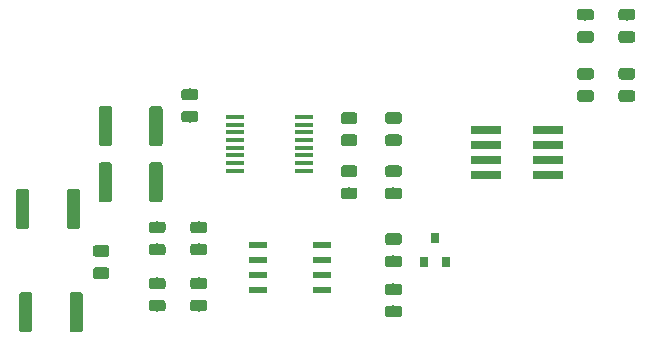
<source format=gbr>
G04 #@! TF.GenerationSoftware,KiCad,Pcbnew,5.0.2-bee76a0~70~ubuntu16.04.1*
G04 #@! TF.CreationDate,2018-12-12T21:45:08+05:30*
G04 #@! TF.ProjectId,sanjaya,73616e6a-6179-4612-9e6b-696361645f70,rev?*
G04 #@! TF.SameCoordinates,Original*
G04 #@! TF.FileFunction,Paste,Bot*
G04 #@! TF.FilePolarity,Positive*
%FSLAX46Y46*%
G04 Gerber Fmt 4.6, Leading zero omitted, Abs format (unit mm)*
G04 Created by KiCad (PCBNEW 5.0.2-bee76a0~70~ubuntu16.04.1) date Wed Dec 12 21:45:08 2018*
%MOMM*%
%LPD*%
G01*
G04 APERTURE LIST*
%ADD10C,0.100000*%
%ADD11C,0.975000*%
%ADD12R,0.800000X0.900000*%
%ADD13C,1.125000*%
%ADD14R,2.650000X0.760000*%
%ADD15R,1.500000X0.450000*%
%ADD16R,1.550000X0.600000*%
G04 APERTURE END LIST*
D10*
G04 #@! TO.C,C3*
G36*
X145230142Y-104701174D02*
X145253803Y-104704684D01*
X145277007Y-104710496D01*
X145299529Y-104718554D01*
X145321153Y-104728782D01*
X145341670Y-104741079D01*
X145360883Y-104755329D01*
X145378607Y-104771393D01*
X145394671Y-104789117D01*
X145408921Y-104808330D01*
X145421218Y-104828847D01*
X145431446Y-104850471D01*
X145439504Y-104872993D01*
X145445316Y-104896197D01*
X145448826Y-104919858D01*
X145450000Y-104943750D01*
X145450000Y-105431250D01*
X145448826Y-105455142D01*
X145445316Y-105478803D01*
X145439504Y-105502007D01*
X145431446Y-105524529D01*
X145421218Y-105546153D01*
X145408921Y-105566670D01*
X145394671Y-105585883D01*
X145378607Y-105603607D01*
X145360883Y-105619671D01*
X145341670Y-105633921D01*
X145321153Y-105646218D01*
X145299529Y-105656446D01*
X145277007Y-105664504D01*
X145253803Y-105670316D01*
X145230142Y-105673826D01*
X145206250Y-105675000D01*
X144293750Y-105675000D01*
X144269858Y-105673826D01*
X144246197Y-105670316D01*
X144222993Y-105664504D01*
X144200471Y-105656446D01*
X144178847Y-105646218D01*
X144158330Y-105633921D01*
X144139117Y-105619671D01*
X144121393Y-105603607D01*
X144105329Y-105585883D01*
X144091079Y-105566670D01*
X144078782Y-105546153D01*
X144068554Y-105524529D01*
X144060496Y-105502007D01*
X144054684Y-105478803D01*
X144051174Y-105455142D01*
X144050000Y-105431250D01*
X144050000Y-104943750D01*
X144051174Y-104919858D01*
X144054684Y-104896197D01*
X144060496Y-104872993D01*
X144068554Y-104850471D01*
X144078782Y-104828847D01*
X144091079Y-104808330D01*
X144105329Y-104789117D01*
X144121393Y-104771393D01*
X144139117Y-104755329D01*
X144158330Y-104741079D01*
X144178847Y-104728782D01*
X144200471Y-104718554D01*
X144222993Y-104710496D01*
X144246197Y-104704684D01*
X144269858Y-104701174D01*
X144293750Y-104700000D01*
X145206250Y-104700000D01*
X145230142Y-104701174D01*
X145230142Y-104701174D01*
G37*
D11*
X144750000Y-105187500D03*
D10*
G36*
X145230142Y-102826174D02*
X145253803Y-102829684D01*
X145277007Y-102835496D01*
X145299529Y-102843554D01*
X145321153Y-102853782D01*
X145341670Y-102866079D01*
X145360883Y-102880329D01*
X145378607Y-102896393D01*
X145394671Y-102914117D01*
X145408921Y-102933330D01*
X145421218Y-102953847D01*
X145431446Y-102975471D01*
X145439504Y-102997993D01*
X145445316Y-103021197D01*
X145448826Y-103044858D01*
X145450000Y-103068750D01*
X145450000Y-103556250D01*
X145448826Y-103580142D01*
X145445316Y-103603803D01*
X145439504Y-103627007D01*
X145431446Y-103649529D01*
X145421218Y-103671153D01*
X145408921Y-103691670D01*
X145394671Y-103710883D01*
X145378607Y-103728607D01*
X145360883Y-103744671D01*
X145341670Y-103758921D01*
X145321153Y-103771218D01*
X145299529Y-103781446D01*
X145277007Y-103789504D01*
X145253803Y-103795316D01*
X145230142Y-103798826D01*
X145206250Y-103800000D01*
X144293750Y-103800000D01*
X144269858Y-103798826D01*
X144246197Y-103795316D01*
X144222993Y-103789504D01*
X144200471Y-103781446D01*
X144178847Y-103771218D01*
X144158330Y-103758921D01*
X144139117Y-103744671D01*
X144121393Y-103728607D01*
X144105329Y-103710883D01*
X144091079Y-103691670D01*
X144078782Y-103671153D01*
X144068554Y-103649529D01*
X144060496Y-103627007D01*
X144054684Y-103603803D01*
X144051174Y-103580142D01*
X144050000Y-103556250D01*
X144050000Y-103068750D01*
X144051174Y-103044858D01*
X144054684Y-103021197D01*
X144060496Y-102997993D01*
X144068554Y-102975471D01*
X144078782Y-102953847D01*
X144091079Y-102933330D01*
X144105329Y-102914117D01*
X144121393Y-102896393D01*
X144139117Y-102880329D01*
X144158330Y-102866079D01*
X144178847Y-102853782D01*
X144200471Y-102843554D01*
X144222993Y-102835496D01*
X144246197Y-102829684D01*
X144269858Y-102826174D01*
X144293750Y-102825000D01*
X145206250Y-102825000D01*
X145230142Y-102826174D01*
X145230142Y-102826174D01*
G37*
D11*
X144750000Y-103312500D03*
G04 #@! TD*
D10*
G04 #@! TO.C,C4*
G36*
X148980142Y-117326174D02*
X149003803Y-117329684D01*
X149027007Y-117335496D01*
X149049529Y-117343554D01*
X149071153Y-117353782D01*
X149091670Y-117366079D01*
X149110883Y-117380329D01*
X149128607Y-117396393D01*
X149144671Y-117414117D01*
X149158921Y-117433330D01*
X149171218Y-117453847D01*
X149181446Y-117475471D01*
X149189504Y-117497993D01*
X149195316Y-117521197D01*
X149198826Y-117544858D01*
X149200000Y-117568750D01*
X149200000Y-118056250D01*
X149198826Y-118080142D01*
X149195316Y-118103803D01*
X149189504Y-118127007D01*
X149181446Y-118149529D01*
X149171218Y-118171153D01*
X149158921Y-118191670D01*
X149144671Y-118210883D01*
X149128607Y-118228607D01*
X149110883Y-118244671D01*
X149091670Y-118258921D01*
X149071153Y-118271218D01*
X149049529Y-118281446D01*
X149027007Y-118289504D01*
X149003803Y-118295316D01*
X148980142Y-118298826D01*
X148956250Y-118300000D01*
X148043750Y-118300000D01*
X148019858Y-118298826D01*
X147996197Y-118295316D01*
X147972993Y-118289504D01*
X147950471Y-118281446D01*
X147928847Y-118271218D01*
X147908330Y-118258921D01*
X147889117Y-118244671D01*
X147871393Y-118228607D01*
X147855329Y-118210883D01*
X147841079Y-118191670D01*
X147828782Y-118171153D01*
X147818554Y-118149529D01*
X147810496Y-118127007D01*
X147804684Y-118103803D01*
X147801174Y-118080142D01*
X147800000Y-118056250D01*
X147800000Y-117568750D01*
X147801174Y-117544858D01*
X147804684Y-117521197D01*
X147810496Y-117497993D01*
X147818554Y-117475471D01*
X147828782Y-117453847D01*
X147841079Y-117433330D01*
X147855329Y-117414117D01*
X147871393Y-117396393D01*
X147889117Y-117380329D01*
X147908330Y-117366079D01*
X147928847Y-117353782D01*
X147950471Y-117343554D01*
X147972993Y-117335496D01*
X147996197Y-117329684D01*
X148019858Y-117326174D01*
X148043750Y-117325000D01*
X148956250Y-117325000D01*
X148980142Y-117326174D01*
X148980142Y-117326174D01*
G37*
D11*
X148500000Y-117812500D03*
D10*
G36*
X148980142Y-119201174D02*
X149003803Y-119204684D01*
X149027007Y-119210496D01*
X149049529Y-119218554D01*
X149071153Y-119228782D01*
X149091670Y-119241079D01*
X149110883Y-119255329D01*
X149128607Y-119271393D01*
X149144671Y-119289117D01*
X149158921Y-119308330D01*
X149171218Y-119328847D01*
X149181446Y-119350471D01*
X149189504Y-119372993D01*
X149195316Y-119396197D01*
X149198826Y-119419858D01*
X149200000Y-119443750D01*
X149200000Y-119931250D01*
X149198826Y-119955142D01*
X149195316Y-119978803D01*
X149189504Y-120002007D01*
X149181446Y-120024529D01*
X149171218Y-120046153D01*
X149158921Y-120066670D01*
X149144671Y-120085883D01*
X149128607Y-120103607D01*
X149110883Y-120119671D01*
X149091670Y-120133921D01*
X149071153Y-120146218D01*
X149049529Y-120156446D01*
X149027007Y-120164504D01*
X149003803Y-120170316D01*
X148980142Y-120173826D01*
X148956250Y-120175000D01*
X148043750Y-120175000D01*
X148019858Y-120173826D01*
X147996197Y-120170316D01*
X147972993Y-120164504D01*
X147950471Y-120156446D01*
X147928847Y-120146218D01*
X147908330Y-120133921D01*
X147889117Y-120119671D01*
X147871393Y-120103607D01*
X147855329Y-120085883D01*
X147841079Y-120066670D01*
X147828782Y-120046153D01*
X147818554Y-120024529D01*
X147810496Y-120002007D01*
X147804684Y-119978803D01*
X147801174Y-119955142D01*
X147800000Y-119931250D01*
X147800000Y-119443750D01*
X147801174Y-119419858D01*
X147804684Y-119396197D01*
X147810496Y-119372993D01*
X147818554Y-119350471D01*
X147828782Y-119328847D01*
X147841079Y-119308330D01*
X147855329Y-119289117D01*
X147871393Y-119271393D01*
X147889117Y-119255329D01*
X147908330Y-119241079D01*
X147928847Y-119228782D01*
X147950471Y-119218554D01*
X147972993Y-119210496D01*
X147996197Y-119204684D01*
X148019858Y-119201174D01*
X148043750Y-119200000D01*
X148956250Y-119200000D01*
X148980142Y-119201174D01*
X148980142Y-119201174D01*
G37*
D11*
X148500000Y-119687500D03*
G04 #@! TD*
D10*
G04 #@! TO.C,C5*
G36*
X131730142Y-102701174D02*
X131753803Y-102704684D01*
X131777007Y-102710496D01*
X131799529Y-102718554D01*
X131821153Y-102728782D01*
X131841670Y-102741079D01*
X131860883Y-102755329D01*
X131878607Y-102771393D01*
X131894671Y-102789117D01*
X131908921Y-102808330D01*
X131921218Y-102828847D01*
X131931446Y-102850471D01*
X131939504Y-102872993D01*
X131945316Y-102896197D01*
X131948826Y-102919858D01*
X131950000Y-102943750D01*
X131950000Y-103431250D01*
X131948826Y-103455142D01*
X131945316Y-103478803D01*
X131939504Y-103502007D01*
X131931446Y-103524529D01*
X131921218Y-103546153D01*
X131908921Y-103566670D01*
X131894671Y-103585883D01*
X131878607Y-103603607D01*
X131860883Y-103619671D01*
X131841670Y-103633921D01*
X131821153Y-103646218D01*
X131799529Y-103656446D01*
X131777007Y-103664504D01*
X131753803Y-103670316D01*
X131730142Y-103673826D01*
X131706250Y-103675000D01*
X130793750Y-103675000D01*
X130769858Y-103673826D01*
X130746197Y-103670316D01*
X130722993Y-103664504D01*
X130700471Y-103656446D01*
X130678847Y-103646218D01*
X130658330Y-103633921D01*
X130639117Y-103619671D01*
X130621393Y-103603607D01*
X130605329Y-103585883D01*
X130591079Y-103566670D01*
X130578782Y-103546153D01*
X130568554Y-103524529D01*
X130560496Y-103502007D01*
X130554684Y-103478803D01*
X130551174Y-103455142D01*
X130550000Y-103431250D01*
X130550000Y-102943750D01*
X130551174Y-102919858D01*
X130554684Y-102896197D01*
X130560496Y-102872993D01*
X130568554Y-102850471D01*
X130578782Y-102828847D01*
X130591079Y-102808330D01*
X130605329Y-102789117D01*
X130621393Y-102771393D01*
X130639117Y-102755329D01*
X130658330Y-102741079D01*
X130678847Y-102728782D01*
X130700471Y-102718554D01*
X130722993Y-102710496D01*
X130746197Y-102704684D01*
X130769858Y-102701174D01*
X130793750Y-102700000D01*
X131706250Y-102700000D01*
X131730142Y-102701174D01*
X131730142Y-102701174D01*
G37*
D11*
X131250000Y-103187500D03*
D10*
G36*
X131730142Y-100826174D02*
X131753803Y-100829684D01*
X131777007Y-100835496D01*
X131799529Y-100843554D01*
X131821153Y-100853782D01*
X131841670Y-100866079D01*
X131860883Y-100880329D01*
X131878607Y-100896393D01*
X131894671Y-100914117D01*
X131908921Y-100933330D01*
X131921218Y-100953847D01*
X131931446Y-100975471D01*
X131939504Y-100997993D01*
X131945316Y-101021197D01*
X131948826Y-101044858D01*
X131950000Y-101068750D01*
X131950000Y-101556250D01*
X131948826Y-101580142D01*
X131945316Y-101603803D01*
X131939504Y-101627007D01*
X131931446Y-101649529D01*
X131921218Y-101671153D01*
X131908921Y-101691670D01*
X131894671Y-101710883D01*
X131878607Y-101728607D01*
X131860883Y-101744671D01*
X131841670Y-101758921D01*
X131821153Y-101771218D01*
X131799529Y-101781446D01*
X131777007Y-101789504D01*
X131753803Y-101795316D01*
X131730142Y-101798826D01*
X131706250Y-101800000D01*
X130793750Y-101800000D01*
X130769858Y-101798826D01*
X130746197Y-101795316D01*
X130722993Y-101789504D01*
X130700471Y-101781446D01*
X130678847Y-101771218D01*
X130658330Y-101758921D01*
X130639117Y-101744671D01*
X130621393Y-101728607D01*
X130605329Y-101710883D01*
X130591079Y-101691670D01*
X130578782Y-101671153D01*
X130568554Y-101649529D01*
X130560496Y-101627007D01*
X130554684Y-101603803D01*
X130551174Y-101580142D01*
X130550000Y-101556250D01*
X130550000Y-101068750D01*
X130551174Y-101044858D01*
X130554684Y-101021197D01*
X130560496Y-100997993D01*
X130568554Y-100975471D01*
X130578782Y-100953847D01*
X130591079Y-100933330D01*
X130605329Y-100914117D01*
X130621393Y-100896393D01*
X130639117Y-100880329D01*
X130658330Y-100866079D01*
X130678847Y-100853782D01*
X130700471Y-100843554D01*
X130722993Y-100835496D01*
X130746197Y-100829684D01*
X130769858Y-100826174D01*
X130793750Y-100825000D01*
X131706250Y-100825000D01*
X131730142Y-100826174D01*
X131730142Y-100826174D01*
G37*
D11*
X131250000Y-101312500D03*
G04 #@! TD*
D10*
G04 #@! TO.C,C6*
G36*
X148980142Y-109201174D02*
X149003803Y-109204684D01*
X149027007Y-109210496D01*
X149049529Y-109218554D01*
X149071153Y-109228782D01*
X149091670Y-109241079D01*
X149110883Y-109255329D01*
X149128607Y-109271393D01*
X149144671Y-109289117D01*
X149158921Y-109308330D01*
X149171218Y-109328847D01*
X149181446Y-109350471D01*
X149189504Y-109372993D01*
X149195316Y-109396197D01*
X149198826Y-109419858D01*
X149200000Y-109443750D01*
X149200000Y-109931250D01*
X149198826Y-109955142D01*
X149195316Y-109978803D01*
X149189504Y-110002007D01*
X149181446Y-110024529D01*
X149171218Y-110046153D01*
X149158921Y-110066670D01*
X149144671Y-110085883D01*
X149128607Y-110103607D01*
X149110883Y-110119671D01*
X149091670Y-110133921D01*
X149071153Y-110146218D01*
X149049529Y-110156446D01*
X149027007Y-110164504D01*
X149003803Y-110170316D01*
X148980142Y-110173826D01*
X148956250Y-110175000D01*
X148043750Y-110175000D01*
X148019858Y-110173826D01*
X147996197Y-110170316D01*
X147972993Y-110164504D01*
X147950471Y-110156446D01*
X147928847Y-110146218D01*
X147908330Y-110133921D01*
X147889117Y-110119671D01*
X147871393Y-110103607D01*
X147855329Y-110085883D01*
X147841079Y-110066670D01*
X147828782Y-110046153D01*
X147818554Y-110024529D01*
X147810496Y-110002007D01*
X147804684Y-109978803D01*
X147801174Y-109955142D01*
X147800000Y-109931250D01*
X147800000Y-109443750D01*
X147801174Y-109419858D01*
X147804684Y-109396197D01*
X147810496Y-109372993D01*
X147818554Y-109350471D01*
X147828782Y-109328847D01*
X147841079Y-109308330D01*
X147855329Y-109289117D01*
X147871393Y-109271393D01*
X147889117Y-109255329D01*
X147908330Y-109241079D01*
X147928847Y-109228782D01*
X147950471Y-109218554D01*
X147972993Y-109210496D01*
X147996197Y-109204684D01*
X148019858Y-109201174D01*
X148043750Y-109200000D01*
X148956250Y-109200000D01*
X148980142Y-109201174D01*
X148980142Y-109201174D01*
G37*
D11*
X148500000Y-109687500D03*
D10*
G36*
X148980142Y-107326174D02*
X149003803Y-107329684D01*
X149027007Y-107335496D01*
X149049529Y-107343554D01*
X149071153Y-107353782D01*
X149091670Y-107366079D01*
X149110883Y-107380329D01*
X149128607Y-107396393D01*
X149144671Y-107414117D01*
X149158921Y-107433330D01*
X149171218Y-107453847D01*
X149181446Y-107475471D01*
X149189504Y-107497993D01*
X149195316Y-107521197D01*
X149198826Y-107544858D01*
X149200000Y-107568750D01*
X149200000Y-108056250D01*
X149198826Y-108080142D01*
X149195316Y-108103803D01*
X149189504Y-108127007D01*
X149181446Y-108149529D01*
X149171218Y-108171153D01*
X149158921Y-108191670D01*
X149144671Y-108210883D01*
X149128607Y-108228607D01*
X149110883Y-108244671D01*
X149091670Y-108258921D01*
X149071153Y-108271218D01*
X149049529Y-108281446D01*
X149027007Y-108289504D01*
X149003803Y-108295316D01*
X148980142Y-108298826D01*
X148956250Y-108300000D01*
X148043750Y-108300000D01*
X148019858Y-108298826D01*
X147996197Y-108295316D01*
X147972993Y-108289504D01*
X147950471Y-108281446D01*
X147928847Y-108271218D01*
X147908330Y-108258921D01*
X147889117Y-108244671D01*
X147871393Y-108228607D01*
X147855329Y-108210883D01*
X147841079Y-108191670D01*
X147828782Y-108171153D01*
X147818554Y-108149529D01*
X147810496Y-108127007D01*
X147804684Y-108103803D01*
X147801174Y-108080142D01*
X147800000Y-108056250D01*
X147800000Y-107568750D01*
X147801174Y-107544858D01*
X147804684Y-107521197D01*
X147810496Y-107497993D01*
X147818554Y-107475471D01*
X147828782Y-107453847D01*
X147841079Y-107433330D01*
X147855329Y-107414117D01*
X147871393Y-107396393D01*
X147889117Y-107380329D01*
X147908330Y-107366079D01*
X147928847Y-107353782D01*
X147950471Y-107343554D01*
X147972993Y-107335496D01*
X147996197Y-107329684D01*
X148019858Y-107326174D01*
X148043750Y-107325000D01*
X148956250Y-107325000D01*
X148980142Y-107326174D01*
X148980142Y-107326174D01*
G37*
D11*
X148500000Y-107812500D03*
G04 #@! TD*
D10*
G04 #@! TO.C,C7*
G36*
X145230142Y-107326174D02*
X145253803Y-107329684D01*
X145277007Y-107335496D01*
X145299529Y-107343554D01*
X145321153Y-107353782D01*
X145341670Y-107366079D01*
X145360883Y-107380329D01*
X145378607Y-107396393D01*
X145394671Y-107414117D01*
X145408921Y-107433330D01*
X145421218Y-107453847D01*
X145431446Y-107475471D01*
X145439504Y-107497993D01*
X145445316Y-107521197D01*
X145448826Y-107544858D01*
X145450000Y-107568750D01*
X145450000Y-108056250D01*
X145448826Y-108080142D01*
X145445316Y-108103803D01*
X145439504Y-108127007D01*
X145431446Y-108149529D01*
X145421218Y-108171153D01*
X145408921Y-108191670D01*
X145394671Y-108210883D01*
X145378607Y-108228607D01*
X145360883Y-108244671D01*
X145341670Y-108258921D01*
X145321153Y-108271218D01*
X145299529Y-108281446D01*
X145277007Y-108289504D01*
X145253803Y-108295316D01*
X145230142Y-108298826D01*
X145206250Y-108300000D01*
X144293750Y-108300000D01*
X144269858Y-108298826D01*
X144246197Y-108295316D01*
X144222993Y-108289504D01*
X144200471Y-108281446D01*
X144178847Y-108271218D01*
X144158330Y-108258921D01*
X144139117Y-108244671D01*
X144121393Y-108228607D01*
X144105329Y-108210883D01*
X144091079Y-108191670D01*
X144078782Y-108171153D01*
X144068554Y-108149529D01*
X144060496Y-108127007D01*
X144054684Y-108103803D01*
X144051174Y-108080142D01*
X144050000Y-108056250D01*
X144050000Y-107568750D01*
X144051174Y-107544858D01*
X144054684Y-107521197D01*
X144060496Y-107497993D01*
X144068554Y-107475471D01*
X144078782Y-107453847D01*
X144091079Y-107433330D01*
X144105329Y-107414117D01*
X144121393Y-107396393D01*
X144139117Y-107380329D01*
X144158330Y-107366079D01*
X144178847Y-107353782D01*
X144200471Y-107343554D01*
X144222993Y-107335496D01*
X144246197Y-107329684D01*
X144269858Y-107326174D01*
X144293750Y-107325000D01*
X145206250Y-107325000D01*
X145230142Y-107326174D01*
X145230142Y-107326174D01*
G37*
D11*
X144750000Y-107812500D03*
D10*
G36*
X145230142Y-109201174D02*
X145253803Y-109204684D01*
X145277007Y-109210496D01*
X145299529Y-109218554D01*
X145321153Y-109228782D01*
X145341670Y-109241079D01*
X145360883Y-109255329D01*
X145378607Y-109271393D01*
X145394671Y-109289117D01*
X145408921Y-109308330D01*
X145421218Y-109328847D01*
X145431446Y-109350471D01*
X145439504Y-109372993D01*
X145445316Y-109396197D01*
X145448826Y-109419858D01*
X145450000Y-109443750D01*
X145450000Y-109931250D01*
X145448826Y-109955142D01*
X145445316Y-109978803D01*
X145439504Y-110002007D01*
X145431446Y-110024529D01*
X145421218Y-110046153D01*
X145408921Y-110066670D01*
X145394671Y-110085883D01*
X145378607Y-110103607D01*
X145360883Y-110119671D01*
X145341670Y-110133921D01*
X145321153Y-110146218D01*
X145299529Y-110156446D01*
X145277007Y-110164504D01*
X145253803Y-110170316D01*
X145230142Y-110173826D01*
X145206250Y-110175000D01*
X144293750Y-110175000D01*
X144269858Y-110173826D01*
X144246197Y-110170316D01*
X144222993Y-110164504D01*
X144200471Y-110156446D01*
X144178847Y-110146218D01*
X144158330Y-110133921D01*
X144139117Y-110119671D01*
X144121393Y-110103607D01*
X144105329Y-110085883D01*
X144091079Y-110066670D01*
X144078782Y-110046153D01*
X144068554Y-110024529D01*
X144060496Y-110002007D01*
X144054684Y-109978803D01*
X144051174Y-109955142D01*
X144050000Y-109931250D01*
X144050000Y-109443750D01*
X144051174Y-109419858D01*
X144054684Y-109396197D01*
X144060496Y-109372993D01*
X144068554Y-109350471D01*
X144078782Y-109328847D01*
X144091079Y-109308330D01*
X144105329Y-109289117D01*
X144121393Y-109271393D01*
X144139117Y-109255329D01*
X144158330Y-109241079D01*
X144178847Y-109228782D01*
X144200471Y-109218554D01*
X144222993Y-109210496D01*
X144246197Y-109204684D01*
X144269858Y-109201174D01*
X144293750Y-109200000D01*
X145206250Y-109200000D01*
X145230142Y-109201174D01*
X145230142Y-109201174D01*
G37*
D11*
X144750000Y-109687500D03*
G04 #@! TD*
D10*
G04 #@! TO.C,C8*
G36*
X148980142Y-102826174D02*
X149003803Y-102829684D01*
X149027007Y-102835496D01*
X149049529Y-102843554D01*
X149071153Y-102853782D01*
X149091670Y-102866079D01*
X149110883Y-102880329D01*
X149128607Y-102896393D01*
X149144671Y-102914117D01*
X149158921Y-102933330D01*
X149171218Y-102953847D01*
X149181446Y-102975471D01*
X149189504Y-102997993D01*
X149195316Y-103021197D01*
X149198826Y-103044858D01*
X149200000Y-103068750D01*
X149200000Y-103556250D01*
X149198826Y-103580142D01*
X149195316Y-103603803D01*
X149189504Y-103627007D01*
X149181446Y-103649529D01*
X149171218Y-103671153D01*
X149158921Y-103691670D01*
X149144671Y-103710883D01*
X149128607Y-103728607D01*
X149110883Y-103744671D01*
X149091670Y-103758921D01*
X149071153Y-103771218D01*
X149049529Y-103781446D01*
X149027007Y-103789504D01*
X149003803Y-103795316D01*
X148980142Y-103798826D01*
X148956250Y-103800000D01*
X148043750Y-103800000D01*
X148019858Y-103798826D01*
X147996197Y-103795316D01*
X147972993Y-103789504D01*
X147950471Y-103781446D01*
X147928847Y-103771218D01*
X147908330Y-103758921D01*
X147889117Y-103744671D01*
X147871393Y-103728607D01*
X147855329Y-103710883D01*
X147841079Y-103691670D01*
X147828782Y-103671153D01*
X147818554Y-103649529D01*
X147810496Y-103627007D01*
X147804684Y-103603803D01*
X147801174Y-103580142D01*
X147800000Y-103556250D01*
X147800000Y-103068750D01*
X147801174Y-103044858D01*
X147804684Y-103021197D01*
X147810496Y-102997993D01*
X147818554Y-102975471D01*
X147828782Y-102953847D01*
X147841079Y-102933330D01*
X147855329Y-102914117D01*
X147871393Y-102896393D01*
X147889117Y-102880329D01*
X147908330Y-102866079D01*
X147928847Y-102853782D01*
X147950471Y-102843554D01*
X147972993Y-102835496D01*
X147996197Y-102829684D01*
X148019858Y-102826174D01*
X148043750Y-102825000D01*
X148956250Y-102825000D01*
X148980142Y-102826174D01*
X148980142Y-102826174D01*
G37*
D11*
X148500000Y-103312500D03*
D10*
G36*
X148980142Y-104701174D02*
X149003803Y-104704684D01*
X149027007Y-104710496D01*
X149049529Y-104718554D01*
X149071153Y-104728782D01*
X149091670Y-104741079D01*
X149110883Y-104755329D01*
X149128607Y-104771393D01*
X149144671Y-104789117D01*
X149158921Y-104808330D01*
X149171218Y-104828847D01*
X149181446Y-104850471D01*
X149189504Y-104872993D01*
X149195316Y-104896197D01*
X149198826Y-104919858D01*
X149200000Y-104943750D01*
X149200000Y-105431250D01*
X149198826Y-105455142D01*
X149195316Y-105478803D01*
X149189504Y-105502007D01*
X149181446Y-105524529D01*
X149171218Y-105546153D01*
X149158921Y-105566670D01*
X149144671Y-105585883D01*
X149128607Y-105603607D01*
X149110883Y-105619671D01*
X149091670Y-105633921D01*
X149071153Y-105646218D01*
X149049529Y-105656446D01*
X149027007Y-105664504D01*
X149003803Y-105670316D01*
X148980142Y-105673826D01*
X148956250Y-105675000D01*
X148043750Y-105675000D01*
X148019858Y-105673826D01*
X147996197Y-105670316D01*
X147972993Y-105664504D01*
X147950471Y-105656446D01*
X147928847Y-105646218D01*
X147908330Y-105633921D01*
X147889117Y-105619671D01*
X147871393Y-105603607D01*
X147855329Y-105585883D01*
X147841079Y-105566670D01*
X147828782Y-105546153D01*
X147818554Y-105524529D01*
X147810496Y-105502007D01*
X147804684Y-105478803D01*
X147801174Y-105455142D01*
X147800000Y-105431250D01*
X147800000Y-104943750D01*
X147801174Y-104919858D01*
X147804684Y-104896197D01*
X147810496Y-104872993D01*
X147818554Y-104850471D01*
X147828782Y-104828847D01*
X147841079Y-104808330D01*
X147855329Y-104789117D01*
X147871393Y-104771393D01*
X147889117Y-104755329D01*
X147908330Y-104741079D01*
X147928847Y-104728782D01*
X147950471Y-104718554D01*
X147972993Y-104710496D01*
X147996197Y-104704684D01*
X148019858Y-104701174D01*
X148043750Y-104700000D01*
X148956250Y-104700000D01*
X148980142Y-104701174D01*
X148980142Y-104701174D01*
G37*
D11*
X148500000Y-105187500D03*
G04 #@! TD*
D10*
G04 #@! TO.C,C9*
G36*
X128980142Y-113951174D02*
X129003803Y-113954684D01*
X129027007Y-113960496D01*
X129049529Y-113968554D01*
X129071153Y-113978782D01*
X129091670Y-113991079D01*
X129110883Y-114005329D01*
X129128607Y-114021393D01*
X129144671Y-114039117D01*
X129158921Y-114058330D01*
X129171218Y-114078847D01*
X129181446Y-114100471D01*
X129189504Y-114122993D01*
X129195316Y-114146197D01*
X129198826Y-114169858D01*
X129200000Y-114193750D01*
X129200000Y-114681250D01*
X129198826Y-114705142D01*
X129195316Y-114728803D01*
X129189504Y-114752007D01*
X129181446Y-114774529D01*
X129171218Y-114796153D01*
X129158921Y-114816670D01*
X129144671Y-114835883D01*
X129128607Y-114853607D01*
X129110883Y-114869671D01*
X129091670Y-114883921D01*
X129071153Y-114896218D01*
X129049529Y-114906446D01*
X129027007Y-114914504D01*
X129003803Y-114920316D01*
X128980142Y-114923826D01*
X128956250Y-114925000D01*
X128043750Y-114925000D01*
X128019858Y-114923826D01*
X127996197Y-114920316D01*
X127972993Y-114914504D01*
X127950471Y-114906446D01*
X127928847Y-114896218D01*
X127908330Y-114883921D01*
X127889117Y-114869671D01*
X127871393Y-114853607D01*
X127855329Y-114835883D01*
X127841079Y-114816670D01*
X127828782Y-114796153D01*
X127818554Y-114774529D01*
X127810496Y-114752007D01*
X127804684Y-114728803D01*
X127801174Y-114705142D01*
X127800000Y-114681250D01*
X127800000Y-114193750D01*
X127801174Y-114169858D01*
X127804684Y-114146197D01*
X127810496Y-114122993D01*
X127818554Y-114100471D01*
X127828782Y-114078847D01*
X127841079Y-114058330D01*
X127855329Y-114039117D01*
X127871393Y-114021393D01*
X127889117Y-114005329D01*
X127908330Y-113991079D01*
X127928847Y-113978782D01*
X127950471Y-113968554D01*
X127972993Y-113960496D01*
X127996197Y-113954684D01*
X128019858Y-113951174D01*
X128043750Y-113950000D01*
X128956250Y-113950000D01*
X128980142Y-113951174D01*
X128980142Y-113951174D01*
G37*
D11*
X128500000Y-114437500D03*
D10*
G36*
X128980142Y-112076174D02*
X129003803Y-112079684D01*
X129027007Y-112085496D01*
X129049529Y-112093554D01*
X129071153Y-112103782D01*
X129091670Y-112116079D01*
X129110883Y-112130329D01*
X129128607Y-112146393D01*
X129144671Y-112164117D01*
X129158921Y-112183330D01*
X129171218Y-112203847D01*
X129181446Y-112225471D01*
X129189504Y-112247993D01*
X129195316Y-112271197D01*
X129198826Y-112294858D01*
X129200000Y-112318750D01*
X129200000Y-112806250D01*
X129198826Y-112830142D01*
X129195316Y-112853803D01*
X129189504Y-112877007D01*
X129181446Y-112899529D01*
X129171218Y-112921153D01*
X129158921Y-112941670D01*
X129144671Y-112960883D01*
X129128607Y-112978607D01*
X129110883Y-112994671D01*
X129091670Y-113008921D01*
X129071153Y-113021218D01*
X129049529Y-113031446D01*
X129027007Y-113039504D01*
X129003803Y-113045316D01*
X128980142Y-113048826D01*
X128956250Y-113050000D01*
X128043750Y-113050000D01*
X128019858Y-113048826D01*
X127996197Y-113045316D01*
X127972993Y-113039504D01*
X127950471Y-113031446D01*
X127928847Y-113021218D01*
X127908330Y-113008921D01*
X127889117Y-112994671D01*
X127871393Y-112978607D01*
X127855329Y-112960883D01*
X127841079Y-112941670D01*
X127828782Y-112921153D01*
X127818554Y-112899529D01*
X127810496Y-112877007D01*
X127804684Y-112853803D01*
X127801174Y-112830142D01*
X127800000Y-112806250D01*
X127800000Y-112318750D01*
X127801174Y-112294858D01*
X127804684Y-112271197D01*
X127810496Y-112247993D01*
X127818554Y-112225471D01*
X127828782Y-112203847D01*
X127841079Y-112183330D01*
X127855329Y-112164117D01*
X127871393Y-112146393D01*
X127889117Y-112130329D01*
X127908330Y-112116079D01*
X127928847Y-112103782D01*
X127950471Y-112093554D01*
X127972993Y-112085496D01*
X127996197Y-112079684D01*
X128019858Y-112076174D01*
X128043750Y-112075000D01*
X128956250Y-112075000D01*
X128980142Y-112076174D01*
X128980142Y-112076174D01*
G37*
D11*
X128500000Y-112562500D03*
G04 #@! TD*
D10*
G04 #@! TO.C,C10*
G36*
X132480142Y-116826174D02*
X132503803Y-116829684D01*
X132527007Y-116835496D01*
X132549529Y-116843554D01*
X132571153Y-116853782D01*
X132591670Y-116866079D01*
X132610883Y-116880329D01*
X132628607Y-116896393D01*
X132644671Y-116914117D01*
X132658921Y-116933330D01*
X132671218Y-116953847D01*
X132681446Y-116975471D01*
X132689504Y-116997993D01*
X132695316Y-117021197D01*
X132698826Y-117044858D01*
X132700000Y-117068750D01*
X132700000Y-117556250D01*
X132698826Y-117580142D01*
X132695316Y-117603803D01*
X132689504Y-117627007D01*
X132681446Y-117649529D01*
X132671218Y-117671153D01*
X132658921Y-117691670D01*
X132644671Y-117710883D01*
X132628607Y-117728607D01*
X132610883Y-117744671D01*
X132591670Y-117758921D01*
X132571153Y-117771218D01*
X132549529Y-117781446D01*
X132527007Y-117789504D01*
X132503803Y-117795316D01*
X132480142Y-117798826D01*
X132456250Y-117800000D01*
X131543750Y-117800000D01*
X131519858Y-117798826D01*
X131496197Y-117795316D01*
X131472993Y-117789504D01*
X131450471Y-117781446D01*
X131428847Y-117771218D01*
X131408330Y-117758921D01*
X131389117Y-117744671D01*
X131371393Y-117728607D01*
X131355329Y-117710883D01*
X131341079Y-117691670D01*
X131328782Y-117671153D01*
X131318554Y-117649529D01*
X131310496Y-117627007D01*
X131304684Y-117603803D01*
X131301174Y-117580142D01*
X131300000Y-117556250D01*
X131300000Y-117068750D01*
X131301174Y-117044858D01*
X131304684Y-117021197D01*
X131310496Y-116997993D01*
X131318554Y-116975471D01*
X131328782Y-116953847D01*
X131341079Y-116933330D01*
X131355329Y-116914117D01*
X131371393Y-116896393D01*
X131389117Y-116880329D01*
X131408330Y-116866079D01*
X131428847Y-116853782D01*
X131450471Y-116843554D01*
X131472993Y-116835496D01*
X131496197Y-116829684D01*
X131519858Y-116826174D01*
X131543750Y-116825000D01*
X132456250Y-116825000D01*
X132480142Y-116826174D01*
X132480142Y-116826174D01*
G37*
D11*
X132000000Y-117312500D03*
D10*
G36*
X132480142Y-118701174D02*
X132503803Y-118704684D01*
X132527007Y-118710496D01*
X132549529Y-118718554D01*
X132571153Y-118728782D01*
X132591670Y-118741079D01*
X132610883Y-118755329D01*
X132628607Y-118771393D01*
X132644671Y-118789117D01*
X132658921Y-118808330D01*
X132671218Y-118828847D01*
X132681446Y-118850471D01*
X132689504Y-118872993D01*
X132695316Y-118896197D01*
X132698826Y-118919858D01*
X132700000Y-118943750D01*
X132700000Y-119431250D01*
X132698826Y-119455142D01*
X132695316Y-119478803D01*
X132689504Y-119502007D01*
X132681446Y-119524529D01*
X132671218Y-119546153D01*
X132658921Y-119566670D01*
X132644671Y-119585883D01*
X132628607Y-119603607D01*
X132610883Y-119619671D01*
X132591670Y-119633921D01*
X132571153Y-119646218D01*
X132549529Y-119656446D01*
X132527007Y-119664504D01*
X132503803Y-119670316D01*
X132480142Y-119673826D01*
X132456250Y-119675000D01*
X131543750Y-119675000D01*
X131519858Y-119673826D01*
X131496197Y-119670316D01*
X131472993Y-119664504D01*
X131450471Y-119656446D01*
X131428847Y-119646218D01*
X131408330Y-119633921D01*
X131389117Y-119619671D01*
X131371393Y-119603607D01*
X131355329Y-119585883D01*
X131341079Y-119566670D01*
X131328782Y-119546153D01*
X131318554Y-119524529D01*
X131310496Y-119502007D01*
X131304684Y-119478803D01*
X131301174Y-119455142D01*
X131300000Y-119431250D01*
X131300000Y-118943750D01*
X131301174Y-118919858D01*
X131304684Y-118896197D01*
X131310496Y-118872993D01*
X131318554Y-118850471D01*
X131328782Y-118828847D01*
X131341079Y-118808330D01*
X131355329Y-118789117D01*
X131371393Y-118771393D01*
X131389117Y-118755329D01*
X131408330Y-118741079D01*
X131428847Y-118728782D01*
X131450471Y-118718554D01*
X131472993Y-118710496D01*
X131496197Y-118704684D01*
X131519858Y-118701174D01*
X131543750Y-118700000D01*
X132456250Y-118700000D01*
X132480142Y-118701174D01*
X132480142Y-118701174D01*
G37*
D11*
X132000000Y-119187500D03*
G04 #@! TD*
D12*
G04 #@! TO.C,D3*
X152950000Y-115500000D03*
X151050000Y-115500000D03*
X152000000Y-113500000D03*
G04 #@! TD*
D10*
G04 #@! TO.C,D_RX1*
G36*
X165230142Y-100951174D02*
X165253803Y-100954684D01*
X165277007Y-100960496D01*
X165299529Y-100968554D01*
X165321153Y-100978782D01*
X165341670Y-100991079D01*
X165360883Y-101005329D01*
X165378607Y-101021393D01*
X165394671Y-101039117D01*
X165408921Y-101058330D01*
X165421218Y-101078847D01*
X165431446Y-101100471D01*
X165439504Y-101122993D01*
X165445316Y-101146197D01*
X165448826Y-101169858D01*
X165450000Y-101193750D01*
X165450000Y-101681250D01*
X165448826Y-101705142D01*
X165445316Y-101728803D01*
X165439504Y-101752007D01*
X165431446Y-101774529D01*
X165421218Y-101796153D01*
X165408921Y-101816670D01*
X165394671Y-101835883D01*
X165378607Y-101853607D01*
X165360883Y-101869671D01*
X165341670Y-101883921D01*
X165321153Y-101896218D01*
X165299529Y-101906446D01*
X165277007Y-101914504D01*
X165253803Y-101920316D01*
X165230142Y-101923826D01*
X165206250Y-101925000D01*
X164293750Y-101925000D01*
X164269858Y-101923826D01*
X164246197Y-101920316D01*
X164222993Y-101914504D01*
X164200471Y-101906446D01*
X164178847Y-101896218D01*
X164158330Y-101883921D01*
X164139117Y-101869671D01*
X164121393Y-101853607D01*
X164105329Y-101835883D01*
X164091079Y-101816670D01*
X164078782Y-101796153D01*
X164068554Y-101774529D01*
X164060496Y-101752007D01*
X164054684Y-101728803D01*
X164051174Y-101705142D01*
X164050000Y-101681250D01*
X164050000Y-101193750D01*
X164051174Y-101169858D01*
X164054684Y-101146197D01*
X164060496Y-101122993D01*
X164068554Y-101100471D01*
X164078782Y-101078847D01*
X164091079Y-101058330D01*
X164105329Y-101039117D01*
X164121393Y-101021393D01*
X164139117Y-101005329D01*
X164158330Y-100991079D01*
X164178847Y-100978782D01*
X164200471Y-100968554D01*
X164222993Y-100960496D01*
X164246197Y-100954684D01*
X164269858Y-100951174D01*
X164293750Y-100950000D01*
X165206250Y-100950000D01*
X165230142Y-100951174D01*
X165230142Y-100951174D01*
G37*
D11*
X164750000Y-101437500D03*
D10*
G36*
X165230142Y-99076174D02*
X165253803Y-99079684D01*
X165277007Y-99085496D01*
X165299529Y-99093554D01*
X165321153Y-99103782D01*
X165341670Y-99116079D01*
X165360883Y-99130329D01*
X165378607Y-99146393D01*
X165394671Y-99164117D01*
X165408921Y-99183330D01*
X165421218Y-99203847D01*
X165431446Y-99225471D01*
X165439504Y-99247993D01*
X165445316Y-99271197D01*
X165448826Y-99294858D01*
X165450000Y-99318750D01*
X165450000Y-99806250D01*
X165448826Y-99830142D01*
X165445316Y-99853803D01*
X165439504Y-99877007D01*
X165431446Y-99899529D01*
X165421218Y-99921153D01*
X165408921Y-99941670D01*
X165394671Y-99960883D01*
X165378607Y-99978607D01*
X165360883Y-99994671D01*
X165341670Y-100008921D01*
X165321153Y-100021218D01*
X165299529Y-100031446D01*
X165277007Y-100039504D01*
X165253803Y-100045316D01*
X165230142Y-100048826D01*
X165206250Y-100050000D01*
X164293750Y-100050000D01*
X164269858Y-100048826D01*
X164246197Y-100045316D01*
X164222993Y-100039504D01*
X164200471Y-100031446D01*
X164178847Y-100021218D01*
X164158330Y-100008921D01*
X164139117Y-99994671D01*
X164121393Y-99978607D01*
X164105329Y-99960883D01*
X164091079Y-99941670D01*
X164078782Y-99921153D01*
X164068554Y-99899529D01*
X164060496Y-99877007D01*
X164054684Y-99853803D01*
X164051174Y-99830142D01*
X164050000Y-99806250D01*
X164050000Y-99318750D01*
X164051174Y-99294858D01*
X164054684Y-99271197D01*
X164060496Y-99247993D01*
X164068554Y-99225471D01*
X164078782Y-99203847D01*
X164091079Y-99183330D01*
X164105329Y-99164117D01*
X164121393Y-99146393D01*
X164139117Y-99130329D01*
X164158330Y-99116079D01*
X164178847Y-99103782D01*
X164200471Y-99093554D01*
X164222993Y-99085496D01*
X164246197Y-99079684D01*
X164269858Y-99076174D01*
X164293750Y-99075000D01*
X165206250Y-99075000D01*
X165230142Y-99076174D01*
X165230142Y-99076174D01*
G37*
D11*
X164750000Y-99562500D03*
G04 #@! TD*
D10*
G04 #@! TO.C,D_TX1*
G36*
X168730142Y-99076174D02*
X168753803Y-99079684D01*
X168777007Y-99085496D01*
X168799529Y-99093554D01*
X168821153Y-99103782D01*
X168841670Y-99116079D01*
X168860883Y-99130329D01*
X168878607Y-99146393D01*
X168894671Y-99164117D01*
X168908921Y-99183330D01*
X168921218Y-99203847D01*
X168931446Y-99225471D01*
X168939504Y-99247993D01*
X168945316Y-99271197D01*
X168948826Y-99294858D01*
X168950000Y-99318750D01*
X168950000Y-99806250D01*
X168948826Y-99830142D01*
X168945316Y-99853803D01*
X168939504Y-99877007D01*
X168931446Y-99899529D01*
X168921218Y-99921153D01*
X168908921Y-99941670D01*
X168894671Y-99960883D01*
X168878607Y-99978607D01*
X168860883Y-99994671D01*
X168841670Y-100008921D01*
X168821153Y-100021218D01*
X168799529Y-100031446D01*
X168777007Y-100039504D01*
X168753803Y-100045316D01*
X168730142Y-100048826D01*
X168706250Y-100050000D01*
X167793750Y-100050000D01*
X167769858Y-100048826D01*
X167746197Y-100045316D01*
X167722993Y-100039504D01*
X167700471Y-100031446D01*
X167678847Y-100021218D01*
X167658330Y-100008921D01*
X167639117Y-99994671D01*
X167621393Y-99978607D01*
X167605329Y-99960883D01*
X167591079Y-99941670D01*
X167578782Y-99921153D01*
X167568554Y-99899529D01*
X167560496Y-99877007D01*
X167554684Y-99853803D01*
X167551174Y-99830142D01*
X167550000Y-99806250D01*
X167550000Y-99318750D01*
X167551174Y-99294858D01*
X167554684Y-99271197D01*
X167560496Y-99247993D01*
X167568554Y-99225471D01*
X167578782Y-99203847D01*
X167591079Y-99183330D01*
X167605329Y-99164117D01*
X167621393Y-99146393D01*
X167639117Y-99130329D01*
X167658330Y-99116079D01*
X167678847Y-99103782D01*
X167700471Y-99093554D01*
X167722993Y-99085496D01*
X167746197Y-99079684D01*
X167769858Y-99076174D01*
X167793750Y-99075000D01*
X168706250Y-99075000D01*
X168730142Y-99076174D01*
X168730142Y-99076174D01*
G37*
D11*
X168250000Y-99562500D03*
D10*
G36*
X168730142Y-100951174D02*
X168753803Y-100954684D01*
X168777007Y-100960496D01*
X168799529Y-100968554D01*
X168821153Y-100978782D01*
X168841670Y-100991079D01*
X168860883Y-101005329D01*
X168878607Y-101021393D01*
X168894671Y-101039117D01*
X168908921Y-101058330D01*
X168921218Y-101078847D01*
X168931446Y-101100471D01*
X168939504Y-101122993D01*
X168945316Y-101146197D01*
X168948826Y-101169858D01*
X168950000Y-101193750D01*
X168950000Y-101681250D01*
X168948826Y-101705142D01*
X168945316Y-101728803D01*
X168939504Y-101752007D01*
X168931446Y-101774529D01*
X168921218Y-101796153D01*
X168908921Y-101816670D01*
X168894671Y-101835883D01*
X168878607Y-101853607D01*
X168860883Y-101869671D01*
X168841670Y-101883921D01*
X168821153Y-101896218D01*
X168799529Y-101906446D01*
X168777007Y-101914504D01*
X168753803Y-101920316D01*
X168730142Y-101923826D01*
X168706250Y-101925000D01*
X167793750Y-101925000D01*
X167769858Y-101923826D01*
X167746197Y-101920316D01*
X167722993Y-101914504D01*
X167700471Y-101906446D01*
X167678847Y-101896218D01*
X167658330Y-101883921D01*
X167639117Y-101869671D01*
X167621393Y-101853607D01*
X167605329Y-101835883D01*
X167591079Y-101816670D01*
X167578782Y-101796153D01*
X167568554Y-101774529D01*
X167560496Y-101752007D01*
X167554684Y-101728803D01*
X167551174Y-101705142D01*
X167550000Y-101681250D01*
X167550000Y-101193750D01*
X167551174Y-101169858D01*
X167554684Y-101146197D01*
X167560496Y-101122993D01*
X167568554Y-101100471D01*
X167578782Y-101078847D01*
X167591079Y-101058330D01*
X167605329Y-101039117D01*
X167621393Y-101021393D01*
X167639117Y-101005329D01*
X167658330Y-100991079D01*
X167678847Y-100978782D01*
X167700471Y-100968554D01*
X167722993Y-100960496D01*
X167746197Y-100954684D01*
X167769858Y-100951174D01*
X167793750Y-100950000D01*
X168706250Y-100950000D01*
X168730142Y-100951174D01*
X168730142Y-100951174D01*
G37*
D11*
X168250000Y-101437500D03*
G04 #@! TD*
D10*
G04 #@! TO.C,F2*
G36*
X117449505Y-109301204D02*
X117473773Y-109304804D01*
X117497572Y-109310765D01*
X117520671Y-109319030D01*
X117542850Y-109329520D01*
X117563893Y-109342132D01*
X117583599Y-109356747D01*
X117601777Y-109373223D01*
X117618253Y-109391401D01*
X117632868Y-109411107D01*
X117645480Y-109432150D01*
X117655970Y-109454329D01*
X117664235Y-109477428D01*
X117670196Y-109501227D01*
X117673796Y-109525495D01*
X117675000Y-109549999D01*
X117675000Y-112450001D01*
X117673796Y-112474505D01*
X117670196Y-112498773D01*
X117664235Y-112522572D01*
X117655970Y-112545671D01*
X117645480Y-112567850D01*
X117632868Y-112588893D01*
X117618253Y-112608599D01*
X117601777Y-112626777D01*
X117583599Y-112643253D01*
X117563893Y-112657868D01*
X117542850Y-112670480D01*
X117520671Y-112680970D01*
X117497572Y-112689235D01*
X117473773Y-112695196D01*
X117449505Y-112698796D01*
X117425001Y-112700000D01*
X116799999Y-112700000D01*
X116775495Y-112698796D01*
X116751227Y-112695196D01*
X116727428Y-112689235D01*
X116704329Y-112680970D01*
X116682150Y-112670480D01*
X116661107Y-112657868D01*
X116641401Y-112643253D01*
X116623223Y-112626777D01*
X116606747Y-112608599D01*
X116592132Y-112588893D01*
X116579520Y-112567850D01*
X116569030Y-112545671D01*
X116560765Y-112522572D01*
X116554804Y-112498773D01*
X116551204Y-112474505D01*
X116550000Y-112450001D01*
X116550000Y-109549999D01*
X116551204Y-109525495D01*
X116554804Y-109501227D01*
X116560765Y-109477428D01*
X116569030Y-109454329D01*
X116579520Y-109432150D01*
X116592132Y-109411107D01*
X116606747Y-109391401D01*
X116623223Y-109373223D01*
X116641401Y-109356747D01*
X116661107Y-109342132D01*
X116682150Y-109329520D01*
X116704329Y-109319030D01*
X116727428Y-109310765D01*
X116751227Y-109304804D01*
X116775495Y-109301204D01*
X116799999Y-109300000D01*
X117425001Y-109300000D01*
X117449505Y-109301204D01*
X117449505Y-109301204D01*
G37*
D13*
X117112500Y-111000000D03*
D10*
G36*
X121724505Y-109301204D02*
X121748773Y-109304804D01*
X121772572Y-109310765D01*
X121795671Y-109319030D01*
X121817850Y-109329520D01*
X121838893Y-109342132D01*
X121858599Y-109356747D01*
X121876777Y-109373223D01*
X121893253Y-109391401D01*
X121907868Y-109411107D01*
X121920480Y-109432150D01*
X121930970Y-109454329D01*
X121939235Y-109477428D01*
X121945196Y-109501227D01*
X121948796Y-109525495D01*
X121950000Y-109549999D01*
X121950000Y-112450001D01*
X121948796Y-112474505D01*
X121945196Y-112498773D01*
X121939235Y-112522572D01*
X121930970Y-112545671D01*
X121920480Y-112567850D01*
X121907868Y-112588893D01*
X121893253Y-112608599D01*
X121876777Y-112626777D01*
X121858599Y-112643253D01*
X121838893Y-112657868D01*
X121817850Y-112670480D01*
X121795671Y-112680970D01*
X121772572Y-112689235D01*
X121748773Y-112695196D01*
X121724505Y-112698796D01*
X121700001Y-112700000D01*
X121074999Y-112700000D01*
X121050495Y-112698796D01*
X121026227Y-112695196D01*
X121002428Y-112689235D01*
X120979329Y-112680970D01*
X120957150Y-112670480D01*
X120936107Y-112657868D01*
X120916401Y-112643253D01*
X120898223Y-112626777D01*
X120881747Y-112608599D01*
X120867132Y-112588893D01*
X120854520Y-112567850D01*
X120844030Y-112545671D01*
X120835765Y-112522572D01*
X120829804Y-112498773D01*
X120826204Y-112474505D01*
X120825000Y-112450001D01*
X120825000Y-109549999D01*
X120826204Y-109525495D01*
X120829804Y-109501227D01*
X120835765Y-109477428D01*
X120844030Y-109454329D01*
X120854520Y-109432150D01*
X120867132Y-109411107D01*
X120881747Y-109391401D01*
X120898223Y-109373223D01*
X120916401Y-109356747D01*
X120936107Y-109342132D01*
X120957150Y-109329520D01*
X120979329Y-109319030D01*
X121002428Y-109310765D01*
X121026227Y-109304804D01*
X121050495Y-109301204D01*
X121074999Y-109300000D01*
X121700001Y-109300000D01*
X121724505Y-109301204D01*
X121724505Y-109301204D01*
G37*
D13*
X121387500Y-111000000D03*
G04 #@! TD*
D10*
G04 #@! TO.C,F3*
G36*
X121974505Y-118051204D02*
X121998773Y-118054804D01*
X122022572Y-118060765D01*
X122045671Y-118069030D01*
X122067850Y-118079520D01*
X122088893Y-118092132D01*
X122108599Y-118106747D01*
X122126777Y-118123223D01*
X122143253Y-118141401D01*
X122157868Y-118161107D01*
X122170480Y-118182150D01*
X122180970Y-118204329D01*
X122189235Y-118227428D01*
X122195196Y-118251227D01*
X122198796Y-118275495D01*
X122200000Y-118299999D01*
X122200000Y-121200001D01*
X122198796Y-121224505D01*
X122195196Y-121248773D01*
X122189235Y-121272572D01*
X122180970Y-121295671D01*
X122170480Y-121317850D01*
X122157868Y-121338893D01*
X122143253Y-121358599D01*
X122126777Y-121376777D01*
X122108599Y-121393253D01*
X122088893Y-121407868D01*
X122067850Y-121420480D01*
X122045671Y-121430970D01*
X122022572Y-121439235D01*
X121998773Y-121445196D01*
X121974505Y-121448796D01*
X121950001Y-121450000D01*
X121324999Y-121450000D01*
X121300495Y-121448796D01*
X121276227Y-121445196D01*
X121252428Y-121439235D01*
X121229329Y-121430970D01*
X121207150Y-121420480D01*
X121186107Y-121407868D01*
X121166401Y-121393253D01*
X121148223Y-121376777D01*
X121131747Y-121358599D01*
X121117132Y-121338893D01*
X121104520Y-121317850D01*
X121094030Y-121295671D01*
X121085765Y-121272572D01*
X121079804Y-121248773D01*
X121076204Y-121224505D01*
X121075000Y-121200001D01*
X121075000Y-118299999D01*
X121076204Y-118275495D01*
X121079804Y-118251227D01*
X121085765Y-118227428D01*
X121094030Y-118204329D01*
X121104520Y-118182150D01*
X121117132Y-118161107D01*
X121131747Y-118141401D01*
X121148223Y-118123223D01*
X121166401Y-118106747D01*
X121186107Y-118092132D01*
X121207150Y-118079520D01*
X121229329Y-118069030D01*
X121252428Y-118060765D01*
X121276227Y-118054804D01*
X121300495Y-118051204D01*
X121324999Y-118050000D01*
X121950001Y-118050000D01*
X121974505Y-118051204D01*
X121974505Y-118051204D01*
G37*
D13*
X121637500Y-119750000D03*
D10*
G36*
X117699505Y-118051204D02*
X117723773Y-118054804D01*
X117747572Y-118060765D01*
X117770671Y-118069030D01*
X117792850Y-118079520D01*
X117813893Y-118092132D01*
X117833599Y-118106747D01*
X117851777Y-118123223D01*
X117868253Y-118141401D01*
X117882868Y-118161107D01*
X117895480Y-118182150D01*
X117905970Y-118204329D01*
X117914235Y-118227428D01*
X117920196Y-118251227D01*
X117923796Y-118275495D01*
X117925000Y-118299999D01*
X117925000Y-121200001D01*
X117923796Y-121224505D01*
X117920196Y-121248773D01*
X117914235Y-121272572D01*
X117905970Y-121295671D01*
X117895480Y-121317850D01*
X117882868Y-121338893D01*
X117868253Y-121358599D01*
X117851777Y-121376777D01*
X117833599Y-121393253D01*
X117813893Y-121407868D01*
X117792850Y-121420480D01*
X117770671Y-121430970D01*
X117747572Y-121439235D01*
X117723773Y-121445196D01*
X117699505Y-121448796D01*
X117675001Y-121450000D01*
X117049999Y-121450000D01*
X117025495Y-121448796D01*
X117001227Y-121445196D01*
X116977428Y-121439235D01*
X116954329Y-121430970D01*
X116932150Y-121420480D01*
X116911107Y-121407868D01*
X116891401Y-121393253D01*
X116873223Y-121376777D01*
X116856747Y-121358599D01*
X116842132Y-121338893D01*
X116829520Y-121317850D01*
X116819030Y-121295671D01*
X116810765Y-121272572D01*
X116804804Y-121248773D01*
X116801204Y-121224505D01*
X116800000Y-121200001D01*
X116800000Y-118299999D01*
X116801204Y-118275495D01*
X116804804Y-118251227D01*
X116810765Y-118227428D01*
X116819030Y-118204329D01*
X116829520Y-118182150D01*
X116842132Y-118161107D01*
X116856747Y-118141401D01*
X116873223Y-118123223D01*
X116891401Y-118106747D01*
X116911107Y-118092132D01*
X116932150Y-118079520D01*
X116954329Y-118069030D01*
X116977428Y-118060765D01*
X117001227Y-118054804D01*
X117025495Y-118051204D01*
X117049999Y-118050000D01*
X117675001Y-118050000D01*
X117699505Y-118051204D01*
X117699505Y-118051204D01*
G37*
D13*
X117362500Y-119750000D03*
G04 #@! TD*
D10*
G04 #@! TO.C,R16*
G36*
X148980142Y-113076174D02*
X149003803Y-113079684D01*
X149027007Y-113085496D01*
X149049529Y-113093554D01*
X149071153Y-113103782D01*
X149091670Y-113116079D01*
X149110883Y-113130329D01*
X149128607Y-113146393D01*
X149144671Y-113164117D01*
X149158921Y-113183330D01*
X149171218Y-113203847D01*
X149181446Y-113225471D01*
X149189504Y-113247993D01*
X149195316Y-113271197D01*
X149198826Y-113294858D01*
X149200000Y-113318750D01*
X149200000Y-113806250D01*
X149198826Y-113830142D01*
X149195316Y-113853803D01*
X149189504Y-113877007D01*
X149181446Y-113899529D01*
X149171218Y-113921153D01*
X149158921Y-113941670D01*
X149144671Y-113960883D01*
X149128607Y-113978607D01*
X149110883Y-113994671D01*
X149091670Y-114008921D01*
X149071153Y-114021218D01*
X149049529Y-114031446D01*
X149027007Y-114039504D01*
X149003803Y-114045316D01*
X148980142Y-114048826D01*
X148956250Y-114050000D01*
X148043750Y-114050000D01*
X148019858Y-114048826D01*
X147996197Y-114045316D01*
X147972993Y-114039504D01*
X147950471Y-114031446D01*
X147928847Y-114021218D01*
X147908330Y-114008921D01*
X147889117Y-113994671D01*
X147871393Y-113978607D01*
X147855329Y-113960883D01*
X147841079Y-113941670D01*
X147828782Y-113921153D01*
X147818554Y-113899529D01*
X147810496Y-113877007D01*
X147804684Y-113853803D01*
X147801174Y-113830142D01*
X147800000Y-113806250D01*
X147800000Y-113318750D01*
X147801174Y-113294858D01*
X147804684Y-113271197D01*
X147810496Y-113247993D01*
X147818554Y-113225471D01*
X147828782Y-113203847D01*
X147841079Y-113183330D01*
X147855329Y-113164117D01*
X147871393Y-113146393D01*
X147889117Y-113130329D01*
X147908330Y-113116079D01*
X147928847Y-113103782D01*
X147950471Y-113093554D01*
X147972993Y-113085496D01*
X147996197Y-113079684D01*
X148019858Y-113076174D01*
X148043750Y-113075000D01*
X148956250Y-113075000D01*
X148980142Y-113076174D01*
X148980142Y-113076174D01*
G37*
D11*
X148500000Y-113562500D03*
D10*
G36*
X148980142Y-114951174D02*
X149003803Y-114954684D01*
X149027007Y-114960496D01*
X149049529Y-114968554D01*
X149071153Y-114978782D01*
X149091670Y-114991079D01*
X149110883Y-115005329D01*
X149128607Y-115021393D01*
X149144671Y-115039117D01*
X149158921Y-115058330D01*
X149171218Y-115078847D01*
X149181446Y-115100471D01*
X149189504Y-115122993D01*
X149195316Y-115146197D01*
X149198826Y-115169858D01*
X149200000Y-115193750D01*
X149200000Y-115681250D01*
X149198826Y-115705142D01*
X149195316Y-115728803D01*
X149189504Y-115752007D01*
X149181446Y-115774529D01*
X149171218Y-115796153D01*
X149158921Y-115816670D01*
X149144671Y-115835883D01*
X149128607Y-115853607D01*
X149110883Y-115869671D01*
X149091670Y-115883921D01*
X149071153Y-115896218D01*
X149049529Y-115906446D01*
X149027007Y-115914504D01*
X149003803Y-115920316D01*
X148980142Y-115923826D01*
X148956250Y-115925000D01*
X148043750Y-115925000D01*
X148019858Y-115923826D01*
X147996197Y-115920316D01*
X147972993Y-115914504D01*
X147950471Y-115906446D01*
X147928847Y-115896218D01*
X147908330Y-115883921D01*
X147889117Y-115869671D01*
X147871393Y-115853607D01*
X147855329Y-115835883D01*
X147841079Y-115816670D01*
X147828782Y-115796153D01*
X147818554Y-115774529D01*
X147810496Y-115752007D01*
X147804684Y-115728803D01*
X147801174Y-115705142D01*
X147800000Y-115681250D01*
X147800000Y-115193750D01*
X147801174Y-115169858D01*
X147804684Y-115146197D01*
X147810496Y-115122993D01*
X147818554Y-115100471D01*
X147828782Y-115078847D01*
X147841079Y-115058330D01*
X147855329Y-115039117D01*
X147871393Y-115021393D01*
X147889117Y-115005329D01*
X147908330Y-114991079D01*
X147928847Y-114978782D01*
X147950471Y-114968554D01*
X147972993Y-114960496D01*
X147996197Y-114954684D01*
X148019858Y-114951174D01*
X148043750Y-114950000D01*
X148956250Y-114950000D01*
X148980142Y-114951174D01*
X148980142Y-114951174D01*
G37*
D11*
X148500000Y-115437500D03*
G04 #@! TD*
D10*
G04 #@! TO.C,R17*
G36*
X132480142Y-112076174D02*
X132503803Y-112079684D01*
X132527007Y-112085496D01*
X132549529Y-112093554D01*
X132571153Y-112103782D01*
X132591670Y-112116079D01*
X132610883Y-112130329D01*
X132628607Y-112146393D01*
X132644671Y-112164117D01*
X132658921Y-112183330D01*
X132671218Y-112203847D01*
X132681446Y-112225471D01*
X132689504Y-112247993D01*
X132695316Y-112271197D01*
X132698826Y-112294858D01*
X132700000Y-112318750D01*
X132700000Y-112806250D01*
X132698826Y-112830142D01*
X132695316Y-112853803D01*
X132689504Y-112877007D01*
X132681446Y-112899529D01*
X132671218Y-112921153D01*
X132658921Y-112941670D01*
X132644671Y-112960883D01*
X132628607Y-112978607D01*
X132610883Y-112994671D01*
X132591670Y-113008921D01*
X132571153Y-113021218D01*
X132549529Y-113031446D01*
X132527007Y-113039504D01*
X132503803Y-113045316D01*
X132480142Y-113048826D01*
X132456250Y-113050000D01*
X131543750Y-113050000D01*
X131519858Y-113048826D01*
X131496197Y-113045316D01*
X131472993Y-113039504D01*
X131450471Y-113031446D01*
X131428847Y-113021218D01*
X131408330Y-113008921D01*
X131389117Y-112994671D01*
X131371393Y-112978607D01*
X131355329Y-112960883D01*
X131341079Y-112941670D01*
X131328782Y-112921153D01*
X131318554Y-112899529D01*
X131310496Y-112877007D01*
X131304684Y-112853803D01*
X131301174Y-112830142D01*
X131300000Y-112806250D01*
X131300000Y-112318750D01*
X131301174Y-112294858D01*
X131304684Y-112271197D01*
X131310496Y-112247993D01*
X131318554Y-112225471D01*
X131328782Y-112203847D01*
X131341079Y-112183330D01*
X131355329Y-112164117D01*
X131371393Y-112146393D01*
X131389117Y-112130329D01*
X131408330Y-112116079D01*
X131428847Y-112103782D01*
X131450471Y-112093554D01*
X131472993Y-112085496D01*
X131496197Y-112079684D01*
X131519858Y-112076174D01*
X131543750Y-112075000D01*
X132456250Y-112075000D01*
X132480142Y-112076174D01*
X132480142Y-112076174D01*
G37*
D11*
X132000000Y-112562500D03*
D10*
G36*
X132480142Y-113951174D02*
X132503803Y-113954684D01*
X132527007Y-113960496D01*
X132549529Y-113968554D01*
X132571153Y-113978782D01*
X132591670Y-113991079D01*
X132610883Y-114005329D01*
X132628607Y-114021393D01*
X132644671Y-114039117D01*
X132658921Y-114058330D01*
X132671218Y-114078847D01*
X132681446Y-114100471D01*
X132689504Y-114122993D01*
X132695316Y-114146197D01*
X132698826Y-114169858D01*
X132700000Y-114193750D01*
X132700000Y-114681250D01*
X132698826Y-114705142D01*
X132695316Y-114728803D01*
X132689504Y-114752007D01*
X132681446Y-114774529D01*
X132671218Y-114796153D01*
X132658921Y-114816670D01*
X132644671Y-114835883D01*
X132628607Y-114853607D01*
X132610883Y-114869671D01*
X132591670Y-114883921D01*
X132571153Y-114896218D01*
X132549529Y-114906446D01*
X132527007Y-114914504D01*
X132503803Y-114920316D01*
X132480142Y-114923826D01*
X132456250Y-114925000D01*
X131543750Y-114925000D01*
X131519858Y-114923826D01*
X131496197Y-114920316D01*
X131472993Y-114914504D01*
X131450471Y-114906446D01*
X131428847Y-114896218D01*
X131408330Y-114883921D01*
X131389117Y-114869671D01*
X131371393Y-114853607D01*
X131355329Y-114835883D01*
X131341079Y-114816670D01*
X131328782Y-114796153D01*
X131318554Y-114774529D01*
X131310496Y-114752007D01*
X131304684Y-114728803D01*
X131301174Y-114705142D01*
X131300000Y-114681250D01*
X131300000Y-114193750D01*
X131301174Y-114169858D01*
X131304684Y-114146197D01*
X131310496Y-114122993D01*
X131318554Y-114100471D01*
X131328782Y-114078847D01*
X131341079Y-114058330D01*
X131355329Y-114039117D01*
X131371393Y-114021393D01*
X131389117Y-114005329D01*
X131408330Y-113991079D01*
X131428847Y-113978782D01*
X131450471Y-113968554D01*
X131472993Y-113960496D01*
X131496197Y-113954684D01*
X131519858Y-113951174D01*
X131543750Y-113950000D01*
X132456250Y-113950000D01*
X132480142Y-113951174D01*
X132480142Y-113951174D01*
G37*
D11*
X132000000Y-114437500D03*
G04 #@! TD*
D10*
G04 #@! TO.C,R18*
G36*
X128980142Y-118701174D02*
X129003803Y-118704684D01*
X129027007Y-118710496D01*
X129049529Y-118718554D01*
X129071153Y-118728782D01*
X129091670Y-118741079D01*
X129110883Y-118755329D01*
X129128607Y-118771393D01*
X129144671Y-118789117D01*
X129158921Y-118808330D01*
X129171218Y-118828847D01*
X129181446Y-118850471D01*
X129189504Y-118872993D01*
X129195316Y-118896197D01*
X129198826Y-118919858D01*
X129200000Y-118943750D01*
X129200000Y-119431250D01*
X129198826Y-119455142D01*
X129195316Y-119478803D01*
X129189504Y-119502007D01*
X129181446Y-119524529D01*
X129171218Y-119546153D01*
X129158921Y-119566670D01*
X129144671Y-119585883D01*
X129128607Y-119603607D01*
X129110883Y-119619671D01*
X129091670Y-119633921D01*
X129071153Y-119646218D01*
X129049529Y-119656446D01*
X129027007Y-119664504D01*
X129003803Y-119670316D01*
X128980142Y-119673826D01*
X128956250Y-119675000D01*
X128043750Y-119675000D01*
X128019858Y-119673826D01*
X127996197Y-119670316D01*
X127972993Y-119664504D01*
X127950471Y-119656446D01*
X127928847Y-119646218D01*
X127908330Y-119633921D01*
X127889117Y-119619671D01*
X127871393Y-119603607D01*
X127855329Y-119585883D01*
X127841079Y-119566670D01*
X127828782Y-119546153D01*
X127818554Y-119524529D01*
X127810496Y-119502007D01*
X127804684Y-119478803D01*
X127801174Y-119455142D01*
X127800000Y-119431250D01*
X127800000Y-118943750D01*
X127801174Y-118919858D01*
X127804684Y-118896197D01*
X127810496Y-118872993D01*
X127818554Y-118850471D01*
X127828782Y-118828847D01*
X127841079Y-118808330D01*
X127855329Y-118789117D01*
X127871393Y-118771393D01*
X127889117Y-118755329D01*
X127908330Y-118741079D01*
X127928847Y-118728782D01*
X127950471Y-118718554D01*
X127972993Y-118710496D01*
X127996197Y-118704684D01*
X128019858Y-118701174D01*
X128043750Y-118700000D01*
X128956250Y-118700000D01*
X128980142Y-118701174D01*
X128980142Y-118701174D01*
G37*
D11*
X128500000Y-119187500D03*
D10*
G36*
X128980142Y-116826174D02*
X129003803Y-116829684D01*
X129027007Y-116835496D01*
X129049529Y-116843554D01*
X129071153Y-116853782D01*
X129091670Y-116866079D01*
X129110883Y-116880329D01*
X129128607Y-116896393D01*
X129144671Y-116914117D01*
X129158921Y-116933330D01*
X129171218Y-116953847D01*
X129181446Y-116975471D01*
X129189504Y-116997993D01*
X129195316Y-117021197D01*
X129198826Y-117044858D01*
X129200000Y-117068750D01*
X129200000Y-117556250D01*
X129198826Y-117580142D01*
X129195316Y-117603803D01*
X129189504Y-117627007D01*
X129181446Y-117649529D01*
X129171218Y-117671153D01*
X129158921Y-117691670D01*
X129144671Y-117710883D01*
X129128607Y-117728607D01*
X129110883Y-117744671D01*
X129091670Y-117758921D01*
X129071153Y-117771218D01*
X129049529Y-117781446D01*
X129027007Y-117789504D01*
X129003803Y-117795316D01*
X128980142Y-117798826D01*
X128956250Y-117800000D01*
X128043750Y-117800000D01*
X128019858Y-117798826D01*
X127996197Y-117795316D01*
X127972993Y-117789504D01*
X127950471Y-117781446D01*
X127928847Y-117771218D01*
X127908330Y-117758921D01*
X127889117Y-117744671D01*
X127871393Y-117728607D01*
X127855329Y-117710883D01*
X127841079Y-117691670D01*
X127828782Y-117671153D01*
X127818554Y-117649529D01*
X127810496Y-117627007D01*
X127804684Y-117603803D01*
X127801174Y-117580142D01*
X127800000Y-117556250D01*
X127800000Y-117068750D01*
X127801174Y-117044858D01*
X127804684Y-117021197D01*
X127810496Y-116997993D01*
X127818554Y-116975471D01*
X127828782Y-116953847D01*
X127841079Y-116933330D01*
X127855329Y-116914117D01*
X127871393Y-116896393D01*
X127889117Y-116880329D01*
X127908330Y-116866079D01*
X127928847Y-116853782D01*
X127950471Y-116843554D01*
X127972993Y-116835496D01*
X127996197Y-116829684D01*
X128019858Y-116826174D01*
X128043750Y-116825000D01*
X128956250Y-116825000D01*
X128980142Y-116826174D01*
X128980142Y-116826174D01*
G37*
D11*
X128500000Y-117312500D03*
G04 #@! TD*
D10*
G04 #@! TO.C,R19*
G36*
X124230142Y-114076174D02*
X124253803Y-114079684D01*
X124277007Y-114085496D01*
X124299529Y-114093554D01*
X124321153Y-114103782D01*
X124341670Y-114116079D01*
X124360883Y-114130329D01*
X124378607Y-114146393D01*
X124394671Y-114164117D01*
X124408921Y-114183330D01*
X124421218Y-114203847D01*
X124431446Y-114225471D01*
X124439504Y-114247993D01*
X124445316Y-114271197D01*
X124448826Y-114294858D01*
X124450000Y-114318750D01*
X124450000Y-114806250D01*
X124448826Y-114830142D01*
X124445316Y-114853803D01*
X124439504Y-114877007D01*
X124431446Y-114899529D01*
X124421218Y-114921153D01*
X124408921Y-114941670D01*
X124394671Y-114960883D01*
X124378607Y-114978607D01*
X124360883Y-114994671D01*
X124341670Y-115008921D01*
X124321153Y-115021218D01*
X124299529Y-115031446D01*
X124277007Y-115039504D01*
X124253803Y-115045316D01*
X124230142Y-115048826D01*
X124206250Y-115050000D01*
X123293750Y-115050000D01*
X123269858Y-115048826D01*
X123246197Y-115045316D01*
X123222993Y-115039504D01*
X123200471Y-115031446D01*
X123178847Y-115021218D01*
X123158330Y-115008921D01*
X123139117Y-114994671D01*
X123121393Y-114978607D01*
X123105329Y-114960883D01*
X123091079Y-114941670D01*
X123078782Y-114921153D01*
X123068554Y-114899529D01*
X123060496Y-114877007D01*
X123054684Y-114853803D01*
X123051174Y-114830142D01*
X123050000Y-114806250D01*
X123050000Y-114318750D01*
X123051174Y-114294858D01*
X123054684Y-114271197D01*
X123060496Y-114247993D01*
X123068554Y-114225471D01*
X123078782Y-114203847D01*
X123091079Y-114183330D01*
X123105329Y-114164117D01*
X123121393Y-114146393D01*
X123139117Y-114130329D01*
X123158330Y-114116079D01*
X123178847Y-114103782D01*
X123200471Y-114093554D01*
X123222993Y-114085496D01*
X123246197Y-114079684D01*
X123269858Y-114076174D01*
X123293750Y-114075000D01*
X124206250Y-114075000D01*
X124230142Y-114076174D01*
X124230142Y-114076174D01*
G37*
D11*
X123750000Y-114562500D03*
D10*
G36*
X124230142Y-115951174D02*
X124253803Y-115954684D01*
X124277007Y-115960496D01*
X124299529Y-115968554D01*
X124321153Y-115978782D01*
X124341670Y-115991079D01*
X124360883Y-116005329D01*
X124378607Y-116021393D01*
X124394671Y-116039117D01*
X124408921Y-116058330D01*
X124421218Y-116078847D01*
X124431446Y-116100471D01*
X124439504Y-116122993D01*
X124445316Y-116146197D01*
X124448826Y-116169858D01*
X124450000Y-116193750D01*
X124450000Y-116681250D01*
X124448826Y-116705142D01*
X124445316Y-116728803D01*
X124439504Y-116752007D01*
X124431446Y-116774529D01*
X124421218Y-116796153D01*
X124408921Y-116816670D01*
X124394671Y-116835883D01*
X124378607Y-116853607D01*
X124360883Y-116869671D01*
X124341670Y-116883921D01*
X124321153Y-116896218D01*
X124299529Y-116906446D01*
X124277007Y-116914504D01*
X124253803Y-116920316D01*
X124230142Y-116923826D01*
X124206250Y-116925000D01*
X123293750Y-116925000D01*
X123269858Y-116923826D01*
X123246197Y-116920316D01*
X123222993Y-116914504D01*
X123200471Y-116906446D01*
X123178847Y-116896218D01*
X123158330Y-116883921D01*
X123139117Y-116869671D01*
X123121393Y-116853607D01*
X123105329Y-116835883D01*
X123091079Y-116816670D01*
X123078782Y-116796153D01*
X123068554Y-116774529D01*
X123060496Y-116752007D01*
X123054684Y-116728803D01*
X123051174Y-116705142D01*
X123050000Y-116681250D01*
X123050000Y-116193750D01*
X123051174Y-116169858D01*
X123054684Y-116146197D01*
X123060496Y-116122993D01*
X123068554Y-116100471D01*
X123078782Y-116078847D01*
X123091079Y-116058330D01*
X123105329Y-116039117D01*
X123121393Y-116021393D01*
X123139117Y-116005329D01*
X123158330Y-115991079D01*
X123178847Y-115978782D01*
X123200471Y-115968554D01*
X123222993Y-115960496D01*
X123246197Y-115954684D01*
X123269858Y-115951174D01*
X123293750Y-115950000D01*
X124206250Y-115950000D01*
X124230142Y-115951174D01*
X124230142Y-115951174D01*
G37*
D11*
X123750000Y-116437500D03*
G04 #@! TD*
D10*
G04 #@! TO.C,R_RX1*
G36*
X165230142Y-94076174D02*
X165253803Y-94079684D01*
X165277007Y-94085496D01*
X165299529Y-94093554D01*
X165321153Y-94103782D01*
X165341670Y-94116079D01*
X165360883Y-94130329D01*
X165378607Y-94146393D01*
X165394671Y-94164117D01*
X165408921Y-94183330D01*
X165421218Y-94203847D01*
X165431446Y-94225471D01*
X165439504Y-94247993D01*
X165445316Y-94271197D01*
X165448826Y-94294858D01*
X165450000Y-94318750D01*
X165450000Y-94806250D01*
X165448826Y-94830142D01*
X165445316Y-94853803D01*
X165439504Y-94877007D01*
X165431446Y-94899529D01*
X165421218Y-94921153D01*
X165408921Y-94941670D01*
X165394671Y-94960883D01*
X165378607Y-94978607D01*
X165360883Y-94994671D01*
X165341670Y-95008921D01*
X165321153Y-95021218D01*
X165299529Y-95031446D01*
X165277007Y-95039504D01*
X165253803Y-95045316D01*
X165230142Y-95048826D01*
X165206250Y-95050000D01*
X164293750Y-95050000D01*
X164269858Y-95048826D01*
X164246197Y-95045316D01*
X164222993Y-95039504D01*
X164200471Y-95031446D01*
X164178847Y-95021218D01*
X164158330Y-95008921D01*
X164139117Y-94994671D01*
X164121393Y-94978607D01*
X164105329Y-94960883D01*
X164091079Y-94941670D01*
X164078782Y-94921153D01*
X164068554Y-94899529D01*
X164060496Y-94877007D01*
X164054684Y-94853803D01*
X164051174Y-94830142D01*
X164050000Y-94806250D01*
X164050000Y-94318750D01*
X164051174Y-94294858D01*
X164054684Y-94271197D01*
X164060496Y-94247993D01*
X164068554Y-94225471D01*
X164078782Y-94203847D01*
X164091079Y-94183330D01*
X164105329Y-94164117D01*
X164121393Y-94146393D01*
X164139117Y-94130329D01*
X164158330Y-94116079D01*
X164178847Y-94103782D01*
X164200471Y-94093554D01*
X164222993Y-94085496D01*
X164246197Y-94079684D01*
X164269858Y-94076174D01*
X164293750Y-94075000D01*
X165206250Y-94075000D01*
X165230142Y-94076174D01*
X165230142Y-94076174D01*
G37*
D11*
X164750000Y-94562500D03*
D10*
G36*
X165230142Y-95951174D02*
X165253803Y-95954684D01*
X165277007Y-95960496D01*
X165299529Y-95968554D01*
X165321153Y-95978782D01*
X165341670Y-95991079D01*
X165360883Y-96005329D01*
X165378607Y-96021393D01*
X165394671Y-96039117D01*
X165408921Y-96058330D01*
X165421218Y-96078847D01*
X165431446Y-96100471D01*
X165439504Y-96122993D01*
X165445316Y-96146197D01*
X165448826Y-96169858D01*
X165450000Y-96193750D01*
X165450000Y-96681250D01*
X165448826Y-96705142D01*
X165445316Y-96728803D01*
X165439504Y-96752007D01*
X165431446Y-96774529D01*
X165421218Y-96796153D01*
X165408921Y-96816670D01*
X165394671Y-96835883D01*
X165378607Y-96853607D01*
X165360883Y-96869671D01*
X165341670Y-96883921D01*
X165321153Y-96896218D01*
X165299529Y-96906446D01*
X165277007Y-96914504D01*
X165253803Y-96920316D01*
X165230142Y-96923826D01*
X165206250Y-96925000D01*
X164293750Y-96925000D01*
X164269858Y-96923826D01*
X164246197Y-96920316D01*
X164222993Y-96914504D01*
X164200471Y-96906446D01*
X164178847Y-96896218D01*
X164158330Y-96883921D01*
X164139117Y-96869671D01*
X164121393Y-96853607D01*
X164105329Y-96835883D01*
X164091079Y-96816670D01*
X164078782Y-96796153D01*
X164068554Y-96774529D01*
X164060496Y-96752007D01*
X164054684Y-96728803D01*
X164051174Y-96705142D01*
X164050000Y-96681250D01*
X164050000Y-96193750D01*
X164051174Y-96169858D01*
X164054684Y-96146197D01*
X164060496Y-96122993D01*
X164068554Y-96100471D01*
X164078782Y-96078847D01*
X164091079Y-96058330D01*
X164105329Y-96039117D01*
X164121393Y-96021393D01*
X164139117Y-96005329D01*
X164158330Y-95991079D01*
X164178847Y-95978782D01*
X164200471Y-95968554D01*
X164222993Y-95960496D01*
X164246197Y-95954684D01*
X164269858Y-95951174D01*
X164293750Y-95950000D01*
X165206250Y-95950000D01*
X165230142Y-95951174D01*
X165230142Y-95951174D01*
G37*
D11*
X164750000Y-96437500D03*
G04 #@! TD*
D10*
G04 #@! TO.C,R_TX1*
G36*
X168730142Y-95951174D02*
X168753803Y-95954684D01*
X168777007Y-95960496D01*
X168799529Y-95968554D01*
X168821153Y-95978782D01*
X168841670Y-95991079D01*
X168860883Y-96005329D01*
X168878607Y-96021393D01*
X168894671Y-96039117D01*
X168908921Y-96058330D01*
X168921218Y-96078847D01*
X168931446Y-96100471D01*
X168939504Y-96122993D01*
X168945316Y-96146197D01*
X168948826Y-96169858D01*
X168950000Y-96193750D01*
X168950000Y-96681250D01*
X168948826Y-96705142D01*
X168945316Y-96728803D01*
X168939504Y-96752007D01*
X168931446Y-96774529D01*
X168921218Y-96796153D01*
X168908921Y-96816670D01*
X168894671Y-96835883D01*
X168878607Y-96853607D01*
X168860883Y-96869671D01*
X168841670Y-96883921D01*
X168821153Y-96896218D01*
X168799529Y-96906446D01*
X168777007Y-96914504D01*
X168753803Y-96920316D01*
X168730142Y-96923826D01*
X168706250Y-96925000D01*
X167793750Y-96925000D01*
X167769858Y-96923826D01*
X167746197Y-96920316D01*
X167722993Y-96914504D01*
X167700471Y-96906446D01*
X167678847Y-96896218D01*
X167658330Y-96883921D01*
X167639117Y-96869671D01*
X167621393Y-96853607D01*
X167605329Y-96835883D01*
X167591079Y-96816670D01*
X167578782Y-96796153D01*
X167568554Y-96774529D01*
X167560496Y-96752007D01*
X167554684Y-96728803D01*
X167551174Y-96705142D01*
X167550000Y-96681250D01*
X167550000Y-96193750D01*
X167551174Y-96169858D01*
X167554684Y-96146197D01*
X167560496Y-96122993D01*
X167568554Y-96100471D01*
X167578782Y-96078847D01*
X167591079Y-96058330D01*
X167605329Y-96039117D01*
X167621393Y-96021393D01*
X167639117Y-96005329D01*
X167658330Y-95991079D01*
X167678847Y-95978782D01*
X167700471Y-95968554D01*
X167722993Y-95960496D01*
X167746197Y-95954684D01*
X167769858Y-95951174D01*
X167793750Y-95950000D01*
X168706250Y-95950000D01*
X168730142Y-95951174D01*
X168730142Y-95951174D01*
G37*
D11*
X168250000Y-96437500D03*
D10*
G36*
X168730142Y-94076174D02*
X168753803Y-94079684D01*
X168777007Y-94085496D01*
X168799529Y-94093554D01*
X168821153Y-94103782D01*
X168841670Y-94116079D01*
X168860883Y-94130329D01*
X168878607Y-94146393D01*
X168894671Y-94164117D01*
X168908921Y-94183330D01*
X168921218Y-94203847D01*
X168931446Y-94225471D01*
X168939504Y-94247993D01*
X168945316Y-94271197D01*
X168948826Y-94294858D01*
X168950000Y-94318750D01*
X168950000Y-94806250D01*
X168948826Y-94830142D01*
X168945316Y-94853803D01*
X168939504Y-94877007D01*
X168931446Y-94899529D01*
X168921218Y-94921153D01*
X168908921Y-94941670D01*
X168894671Y-94960883D01*
X168878607Y-94978607D01*
X168860883Y-94994671D01*
X168841670Y-95008921D01*
X168821153Y-95021218D01*
X168799529Y-95031446D01*
X168777007Y-95039504D01*
X168753803Y-95045316D01*
X168730142Y-95048826D01*
X168706250Y-95050000D01*
X167793750Y-95050000D01*
X167769858Y-95048826D01*
X167746197Y-95045316D01*
X167722993Y-95039504D01*
X167700471Y-95031446D01*
X167678847Y-95021218D01*
X167658330Y-95008921D01*
X167639117Y-94994671D01*
X167621393Y-94978607D01*
X167605329Y-94960883D01*
X167591079Y-94941670D01*
X167578782Y-94921153D01*
X167568554Y-94899529D01*
X167560496Y-94877007D01*
X167554684Y-94853803D01*
X167551174Y-94830142D01*
X167550000Y-94806250D01*
X167550000Y-94318750D01*
X167551174Y-94294858D01*
X167554684Y-94271197D01*
X167560496Y-94247993D01*
X167568554Y-94225471D01*
X167578782Y-94203847D01*
X167591079Y-94183330D01*
X167605329Y-94164117D01*
X167621393Y-94146393D01*
X167639117Y-94130329D01*
X167658330Y-94116079D01*
X167678847Y-94103782D01*
X167700471Y-94093554D01*
X167722993Y-94085496D01*
X167746197Y-94079684D01*
X167769858Y-94076174D01*
X167793750Y-94075000D01*
X168706250Y-94075000D01*
X168730142Y-94076174D01*
X168730142Y-94076174D01*
G37*
D11*
X168250000Y-94562500D03*
G04 #@! TD*
D14*
G04 #@! TO.C,SW2*
X161625000Y-104345000D03*
X156375000Y-108155000D03*
X161625000Y-105615000D03*
X156375000Y-106885000D03*
X161625000Y-106885000D03*
X156375000Y-105615000D03*
X161625000Y-108155000D03*
X156375000Y-104345000D03*
G04 #@! TD*
D15*
G04 #@! TO.C,U7*
X140950000Y-103225000D03*
X140950000Y-103875000D03*
X140950000Y-104525000D03*
X140950000Y-105175000D03*
X140950000Y-105825000D03*
X140950000Y-106475000D03*
X140950000Y-107125000D03*
X140950000Y-107775000D03*
X135050000Y-107775000D03*
X135050000Y-107125000D03*
X135050000Y-106475000D03*
X135050000Y-105825000D03*
X135050000Y-105175000D03*
X135050000Y-104525000D03*
X135050000Y-103875000D03*
X135050000Y-103225000D03*
G04 #@! TD*
D16*
G04 #@! TO.C,U8*
X142450000Y-114095000D03*
X142450000Y-115365000D03*
X142450000Y-116635000D03*
X142450000Y-117905000D03*
X137050000Y-117905000D03*
X137050000Y-116635000D03*
X137050000Y-115365000D03*
X137050000Y-114095000D03*
G04 #@! TD*
D10*
G04 #@! TO.C,F4*
G36*
X124449505Y-102301204D02*
X124473773Y-102304804D01*
X124497572Y-102310765D01*
X124520671Y-102319030D01*
X124542850Y-102329520D01*
X124563893Y-102342132D01*
X124583599Y-102356747D01*
X124601777Y-102373223D01*
X124618253Y-102391401D01*
X124632868Y-102411107D01*
X124645480Y-102432150D01*
X124655970Y-102454329D01*
X124664235Y-102477428D01*
X124670196Y-102501227D01*
X124673796Y-102525495D01*
X124675000Y-102549999D01*
X124675000Y-105450001D01*
X124673796Y-105474505D01*
X124670196Y-105498773D01*
X124664235Y-105522572D01*
X124655970Y-105545671D01*
X124645480Y-105567850D01*
X124632868Y-105588893D01*
X124618253Y-105608599D01*
X124601777Y-105626777D01*
X124583599Y-105643253D01*
X124563893Y-105657868D01*
X124542850Y-105670480D01*
X124520671Y-105680970D01*
X124497572Y-105689235D01*
X124473773Y-105695196D01*
X124449505Y-105698796D01*
X124425001Y-105700000D01*
X123799999Y-105700000D01*
X123775495Y-105698796D01*
X123751227Y-105695196D01*
X123727428Y-105689235D01*
X123704329Y-105680970D01*
X123682150Y-105670480D01*
X123661107Y-105657868D01*
X123641401Y-105643253D01*
X123623223Y-105626777D01*
X123606747Y-105608599D01*
X123592132Y-105588893D01*
X123579520Y-105567850D01*
X123569030Y-105545671D01*
X123560765Y-105522572D01*
X123554804Y-105498773D01*
X123551204Y-105474505D01*
X123550000Y-105450001D01*
X123550000Y-102549999D01*
X123551204Y-102525495D01*
X123554804Y-102501227D01*
X123560765Y-102477428D01*
X123569030Y-102454329D01*
X123579520Y-102432150D01*
X123592132Y-102411107D01*
X123606747Y-102391401D01*
X123623223Y-102373223D01*
X123641401Y-102356747D01*
X123661107Y-102342132D01*
X123682150Y-102329520D01*
X123704329Y-102319030D01*
X123727428Y-102310765D01*
X123751227Y-102304804D01*
X123775495Y-102301204D01*
X123799999Y-102300000D01*
X124425001Y-102300000D01*
X124449505Y-102301204D01*
X124449505Y-102301204D01*
G37*
D13*
X124112500Y-104000000D03*
D10*
G36*
X128724505Y-102301204D02*
X128748773Y-102304804D01*
X128772572Y-102310765D01*
X128795671Y-102319030D01*
X128817850Y-102329520D01*
X128838893Y-102342132D01*
X128858599Y-102356747D01*
X128876777Y-102373223D01*
X128893253Y-102391401D01*
X128907868Y-102411107D01*
X128920480Y-102432150D01*
X128930970Y-102454329D01*
X128939235Y-102477428D01*
X128945196Y-102501227D01*
X128948796Y-102525495D01*
X128950000Y-102549999D01*
X128950000Y-105450001D01*
X128948796Y-105474505D01*
X128945196Y-105498773D01*
X128939235Y-105522572D01*
X128930970Y-105545671D01*
X128920480Y-105567850D01*
X128907868Y-105588893D01*
X128893253Y-105608599D01*
X128876777Y-105626777D01*
X128858599Y-105643253D01*
X128838893Y-105657868D01*
X128817850Y-105670480D01*
X128795671Y-105680970D01*
X128772572Y-105689235D01*
X128748773Y-105695196D01*
X128724505Y-105698796D01*
X128700001Y-105700000D01*
X128074999Y-105700000D01*
X128050495Y-105698796D01*
X128026227Y-105695196D01*
X128002428Y-105689235D01*
X127979329Y-105680970D01*
X127957150Y-105670480D01*
X127936107Y-105657868D01*
X127916401Y-105643253D01*
X127898223Y-105626777D01*
X127881747Y-105608599D01*
X127867132Y-105588893D01*
X127854520Y-105567850D01*
X127844030Y-105545671D01*
X127835765Y-105522572D01*
X127829804Y-105498773D01*
X127826204Y-105474505D01*
X127825000Y-105450001D01*
X127825000Y-102549999D01*
X127826204Y-102525495D01*
X127829804Y-102501227D01*
X127835765Y-102477428D01*
X127844030Y-102454329D01*
X127854520Y-102432150D01*
X127867132Y-102411107D01*
X127881747Y-102391401D01*
X127898223Y-102373223D01*
X127916401Y-102356747D01*
X127936107Y-102342132D01*
X127957150Y-102329520D01*
X127979329Y-102319030D01*
X128002428Y-102310765D01*
X128026227Y-102304804D01*
X128050495Y-102301204D01*
X128074999Y-102300000D01*
X128700001Y-102300000D01*
X128724505Y-102301204D01*
X128724505Y-102301204D01*
G37*
D13*
X128387500Y-104000000D03*
G04 #@! TD*
D10*
G04 #@! TO.C,F5*
G36*
X128724505Y-107051204D02*
X128748773Y-107054804D01*
X128772572Y-107060765D01*
X128795671Y-107069030D01*
X128817850Y-107079520D01*
X128838893Y-107092132D01*
X128858599Y-107106747D01*
X128876777Y-107123223D01*
X128893253Y-107141401D01*
X128907868Y-107161107D01*
X128920480Y-107182150D01*
X128930970Y-107204329D01*
X128939235Y-107227428D01*
X128945196Y-107251227D01*
X128948796Y-107275495D01*
X128950000Y-107299999D01*
X128950000Y-110200001D01*
X128948796Y-110224505D01*
X128945196Y-110248773D01*
X128939235Y-110272572D01*
X128930970Y-110295671D01*
X128920480Y-110317850D01*
X128907868Y-110338893D01*
X128893253Y-110358599D01*
X128876777Y-110376777D01*
X128858599Y-110393253D01*
X128838893Y-110407868D01*
X128817850Y-110420480D01*
X128795671Y-110430970D01*
X128772572Y-110439235D01*
X128748773Y-110445196D01*
X128724505Y-110448796D01*
X128700001Y-110450000D01*
X128074999Y-110450000D01*
X128050495Y-110448796D01*
X128026227Y-110445196D01*
X128002428Y-110439235D01*
X127979329Y-110430970D01*
X127957150Y-110420480D01*
X127936107Y-110407868D01*
X127916401Y-110393253D01*
X127898223Y-110376777D01*
X127881747Y-110358599D01*
X127867132Y-110338893D01*
X127854520Y-110317850D01*
X127844030Y-110295671D01*
X127835765Y-110272572D01*
X127829804Y-110248773D01*
X127826204Y-110224505D01*
X127825000Y-110200001D01*
X127825000Y-107299999D01*
X127826204Y-107275495D01*
X127829804Y-107251227D01*
X127835765Y-107227428D01*
X127844030Y-107204329D01*
X127854520Y-107182150D01*
X127867132Y-107161107D01*
X127881747Y-107141401D01*
X127898223Y-107123223D01*
X127916401Y-107106747D01*
X127936107Y-107092132D01*
X127957150Y-107079520D01*
X127979329Y-107069030D01*
X128002428Y-107060765D01*
X128026227Y-107054804D01*
X128050495Y-107051204D01*
X128074999Y-107050000D01*
X128700001Y-107050000D01*
X128724505Y-107051204D01*
X128724505Y-107051204D01*
G37*
D13*
X128387500Y-108750000D03*
D10*
G36*
X124449505Y-107051204D02*
X124473773Y-107054804D01*
X124497572Y-107060765D01*
X124520671Y-107069030D01*
X124542850Y-107079520D01*
X124563893Y-107092132D01*
X124583599Y-107106747D01*
X124601777Y-107123223D01*
X124618253Y-107141401D01*
X124632868Y-107161107D01*
X124645480Y-107182150D01*
X124655970Y-107204329D01*
X124664235Y-107227428D01*
X124670196Y-107251227D01*
X124673796Y-107275495D01*
X124675000Y-107299999D01*
X124675000Y-110200001D01*
X124673796Y-110224505D01*
X124670196Y-110248773D01*
X124664235Y-110272572D01*
X124655970Y-110295671D01*
X124645480Y-110317850D01*
X124632868Y-110338893D01*
X124618253Y-110358599D01*
X124601777Y-110376777D01*
X124583599Y-110393253D01*
X124563893Y-110407868D01*
X124542850Y-110420480D01*
X124520671Y-110430970D01*
X124497572Y-110439235D01*
X124473773Y-110445196D01*
X124449505Y-110448796D01*
X124425001Y-110450000D01*
X123799999Y-110450000D01*
X123775495Y-110448796D01*
X123751227Y-110445196D01*
X123727428Y-110439235D01*
X123704329Y-110430970D01*
X123682150Y-110420480D01*
X123661107Y-110407868D01*
X123641401Y-110393253D01*
X123623223Y-110376777D01*
X123606747Y-110358599D01*
X123592132Y-110338893D01*
X123579520Y-110317850D01*
X123569030Y-110295671D01*
X123560765Y-110272572D01*
X123554804Y-110248773D01*
X123551204Y-110224505D01*
X123550000Y-110200001D01*
X123550000Y-107299999D01*
X123551204Y-107275495D01*
X123554804Y-107251227D01*
X123560765Y-107227428D01*
X123569030Y-107204329D01*
X123579520Y-107182150D01*
X123592132Y-107161107D01*
X123606747Y-107141401D01*
X123623223Y-107123223D01*
X123641401Y-107106747D01*
X123661107Y-107092132D01*
X123682150Y-107079520D01*
X123704329Y-107069030D01*
X123727428Y-107060765D01*
X123751227Y-107054804D01*
X123775495Y-107051204D01*
X123799999Y-107050000D01*
X124425001Y-107050000D01*
X124449505Y-107051204D01*
X124449505Y-107051204D01*
G37*
D13*
X124112500Y-108750000D03*
G04 #@! TD*
M02*

</source>
